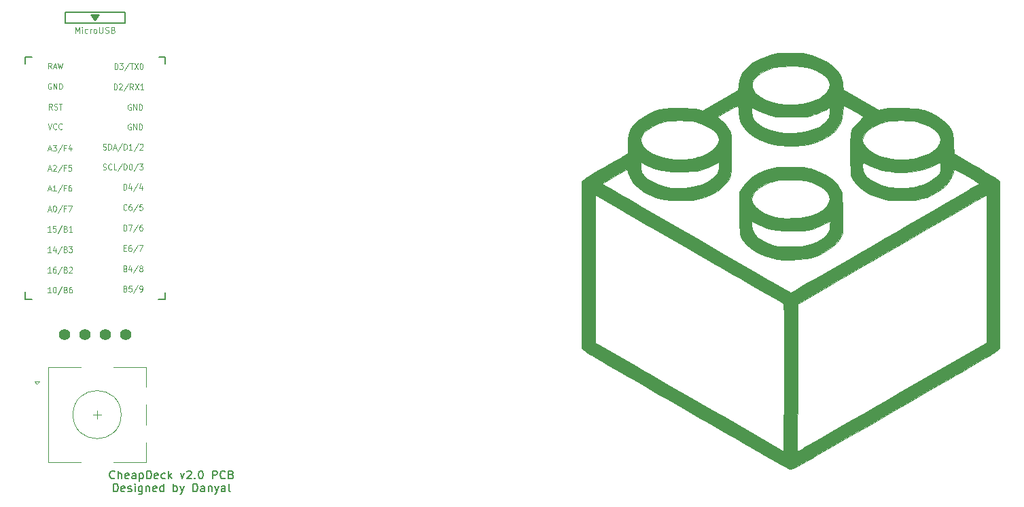
<source format=gto>
G04 #@! TF.GenerationSoftware,KiCad,Pcbnew,(6.0.5)*
G04 #@! TF.CreationDate,2022-06-04T00:44:28+02:00*
G04 #@! TF.ProjectId,cheap_deck,63686561-705f-4646-9563-6b2e6b696361,3.0.1*
G04 #@! TF.SameCoordinates,Original*
G04 #@! TF.FileFunction,Legend,Top*
G04 #@! TF.FilePolarity,Positive*
%FSLAX46Y46*%
G04 Gerber Fmt 4.6, Leading zero omitted, Abs format (unit mm)*
G04 Created by KiCad (PCBNEW (6.0.5)) date 2022-06-04 00:44:28*
%MOMM*%
%LPD*%
G01*
G04 APERTURE LIST*
%ADD10C,0.150000*%
%ADD11C,0.125000*%
%ADD12C,0.120000*%
%ADD13C,0.010000*%
%ADD14C,1.397000*%
G04 APERTURE END LIST*
D10*
X83510218Y-86583594D02*
X83462599Y-86631213D01*
X83319742Y-86678832D01*
X83224504Y-86678832D01*
X83081647Y-86631213D01*
X82986408Y-86535975D01*
X82938789Y-86440737D01*
X82891170Y-86250261D01*
X82891170Y-86107404D01*
X82938789Y-85916928D01*
X82986408Y-85821690D01*
X83081647Y-85726452D01*
X83224504Y-85678832D01*
X83319742Y-85678832D01*
X83462599Y-85726452D01*
X83510218Y-85774071D01*
X83938789Y-86678832D02*
X83938789Y-85678832D01*
X84367361Y-86678832D02*
X84367361Y-86155023D01*
X84319742Y-86059785D01*
X84224504Y-86012166D01*
X84081647Y-86012166D01*
X83986408Y-86059785D01*
X83938789Y-86107404D01*
X85224504Y-86631213D02*
X85129266Y-86678832D01*
X84938789Y-86678832D01*
X84843551Y-86631213D01*
X84795932Y-86535975D01*
X84795932Y-86155023D01*
X84843551Y-86059785D01*
X84938789Y-86012166D01*
X85129266Y-86012166D01*
X85224504Y-86059785D01*
X85272123Y-86155023D01*
X85272123Y-86250261D01*
X84795932Y-86345499D01*
X86129266Y-86678832D02*
X86129266Y-86155023D01*
X86081647Y-86059785D01*
X85986408Y-86012166D01*
X85795932Y-86012166D01*
X85700694Y-86059785D01*
X86129266Y-86631213D02*
X86034027Y-86678832D01*
X85795932Y-86678832D01*
X85700694Y-86631213D01*
X85653075Y-86535975D01*
X85653075Y-86440737D01*
X85700694Y-86345499D01*
X85795932Y-86297880D01*
X86034027Y-86297880D01*
X86129266Y-86250261D01*
X86605456Y-86012166D02*
X86605456Y-87012166D01*
X86605456Y-86059785D02*
X86700694Y-86012166D01*
X86891170Y-86012166D01*
X86986408Y-86059785D01*
X87034027Y-86107404D01*
X87081647Y-86202642D01*
X87081647Y-86488356D01*
X87034027Y-86583594D01*
X86986408Y-86631213D01*
X86891170Y-86678832D01*
X86700694Y-86678832D01*
X86605456Y-86631213D01*
X87510218Y-86678832D02*
X87510218Y-85678832D01*
X87748313Y-85678832D01*
X87891170Y-85726452D01*
X87986408Y-85821690D01*
X88034027Y-85916928D01*
X88081647Y-86107404D01*
X88081647Y-86250261D01*
X88034027Y-86440737D01*
X87986408Y-86535975D01*
X87891170Y-86631213D01*
X87748313Y-86678832D01*
X87510218Y-86678832D01*
X88891170Y-86631213D02*
X88795932Y-86678832D01*
X88605456Y-86678832D01*
X88510218Y-86631213D01*
X88462599Y-86535975D01*
X88462599Y-86155023D01*
X88510218Y-86059785D01*
X88605456Y-86012166D01*
X88795932Y-86012166D01*
X88891170Y-86059785D01*
X88938789Y-86155023D01*
X88938789Y-86250261D01*
X88462599Y-86345499D01*
X89795932Y-86631213D02*
X89700694Y-86678832D01*
X89510218Y-86678832D01*
X89414980Y-86631213D01*
X89367361Y-86583594D01*
X89319742Y-86488356D01*
X89319742Y-86202642D01*
X89367361Y-86107404D01*
X89414980Y-86059785D01*
X89510218Y-86012166D01*
X89700694Y-86012166D01*
X89795932Y-86059785D01*
X90224504Y-86678832D02*
X90224504Y-85678832D01*
X90319742Y-86297880D02*
X90605456Y-86678832D01*
X90605456Y-86012166D02*
X90224504Y-86393118D01*
X91700694Y-86012166D02*
X91938789Y-86678832D01*
X92176885Y-86012166D01*
X92510218Y-85774071D02*
X92557837Y-85726452D01*
X92653075Y-85678832D01*
X92891170Y-85678832D01*
X92986408Y-85726452D01*
X93034027Y-85774071D01*
X93081646Y-85869309D01*
X93081646Y-85964547D01*
X93034027Y-86107404D01*
X92462599Y-86678832D01*
X93081646Y-86678832D01*
X93510218Y-86583594D02*
X93557837Y-86631213D01*
X93510218Y-86678832D01*
X93462599Y-86631213D01*
X93510218Y-86583594D01*
X93510218Y-86678832D01*
X94176885Y-85678832D02*
X94272123Y-85678832D01*
X94367361Y-85726452D01*
X94414980Y-85774071D01*
X94462599Y-85869309D01*
X94510218Y-86059785D01*
X94510218Y-86297880D01*
X94462599Y-86488356D01*
X94414980Y-86583594D01*
X94367361Y-86631213D01*
X94272123Y-86678832D01*
X94176885Y-86678832D01*
X94081646Y-86631213D01*
X94034027Y-86583594D01*
X93986408Y-86488356D01*
X93938789Y-86297880D01*
X93938789Y-86059785D01*
X93986408Y-85869309D01*
X94034027Y-85774071D01*
X94081646Y-85726452D01*
X94176885Y-85678832D01*
X95700694Y-86678832D02*
X95700694Y-85678832D01*
X96081646Y-85678832D01*
X96176885Y-85726452D01*
X96224504Y-85774071D01*
X96272123Y-85869309D01*
X96272123Y-86012166D01*
X96224504Y-86107404D01*
X96176885Y-86155023D01*
X96081646Y-86202642D01*
X95700694Y-86202642D01*
X97272123Y-86583594D02*
X97224504Y-86631213D01*
X97081646Y-86678832D01*
X96986408Y-86678832D01*
X96843551Y-86631213D01*
X96748313Y-86535975D01*
X96700694Y-86440737D01*
X96653075Y-86250261D01*
X96653075Y-86107404D01*
X96700694Y-85916928D01*
X96748313Y-85821690D01*
X96843551Y-85726452D01*
X96986408Y-85678832D01*
X97081646Y-85678832D01*
X97224504Y-85726452D01*
X97272123Y-85774071D01*
X98034027Y-86155023D02*
X98176885Y-86202642D01*
X98224504Y-86250261D01*
X98272123Y-86345499D01*
X98272123Y-86488356D01*
X98224504Y-86583594D01*
X98176885Y-86631213D01*
X98081646Y-86678832D01*
X97700694Y-86678832D01*
X97700694Y-85678832D01*
X98034027Y-85678832D01*
X98129266Y-85726452D01*
X98176885Y-85774071D01*
X98224504Y-85869309D01*
X98224504Y-85964547D01*
X98176885Y-86059785D01*
X98129266Y-86107404D01*
X98034027Y-86155023D01*
X97700694Y-86155023D01*
X83367361Y-88288832D02*
X83367361Y-87288832D01*
X83605456Y-87288832D01*
X83748313Y-87336452D01*
X83843551Y-87431690D01*
X83891170Y-87526928D01*
X83938789Y-87717404D01*
X83938789Y-87860261D01*
X83891170Y-88050737D01*
X83843551Y-88145975D01*
X83748313Y-88241213D01*
X83605456Y-88288832D01*
X83367361Y-88288832D01*
X84748313Y-88241213D02*
X84653075Y-88288832D01*
X84462599Y-88288832D01*
X84367361Y-88241213D01*
X84319742Y-88145975D01*
X84319742Y-87765023D01*
X84367361Y-87669785D01*
X84462599Y-87622166D01*
X84653075Y-87622166D01*
X84748313Y-87669785D01*
X84795932Y-87765023D01*
X84795932Y-87860261D01*
X84319742Y-87955499D01*
X85176885Y-88241213D02*
X85272123Y-88288832D01*
X85462599Y-88288832D01*
X85557837Y-88241213D01*
X85605456Y-88145975D01*
X85605456Y-88098356D01*
X85557837Y-88003118D01*
X85462599Y-87955499D01*
X85319742Y-87955499D01*
X85224504Y-87907880D01*
X85176885Y-87812642D01*
X85176885Y-87765023D01*
X85224504Y-87669785D01*
X85319742Y-87622166D01*
X85462599Y-87622166D01*
X85557837Y-87669785D01*
X86034027Y-88288832D02*
X86034027Y-87622166D01*
X86034027Y-87288832D02*
X85986408Y-87336452D01*
X86034027Y-87384071D01*
X86081647Y-87336452D01*
X86034027Y-87288832D01*
X86034027Y-87384071D01*
X86938789Y-87622166D02*
X86938789Y-88431690D01*
X86891170Y-88526928D01*
X86843551Y-88574547D01*
X86748313Y-88622166D01*
X86605456Y-88622166D01*
X86510218Y-88574547D01*
X86938789Y-88241213D02*
X86843551Y-88288832D01*
X86653075Y-88288832D01*
X86557837Y-88241213D01*
X86510218Y-88193594D01*
X86462599Y-88098356D01*
X86462599Y-87812642D01*
X86510218Y-87717404D01*
X86557837Y-87669785D01*
X86653075Y-87622166D01*
X86843551Y-87622166D01*
X86938789Y-87669785D01*
X87414980Y-87622166D02*
X87414980Y-88288832D01*
X87414980Y-87717404D02*
X87462599Y-87669785D01*
X87557837Y-87622166D01*
X87700694Y-87622166D01*
X87795932Y-87669785D01*
X87843551Y-87765023D01*
X87843551Y-88288832D01*
X88700694Y-88241213D02*
X88605456Y-88288832D01*
X88414980Y-88288832D01*
X88319742Y-88241213D01*
X88272123Y-88145975D01*
X88272123Y-87765023D01*
X88319742Y-87669785D01*
X88414980Y-87622166D01*
X88605456Y-87622166D01*
X88700694Y-87669785D01*
X88748313Y-87765023D01*
X88748313Y-87860261D01*
X88272123Y-87955499D01*
X89605456Y-88288832D02*
X89605456Y-87288832D01*
X89605456Y-88241213D02*
X89510218Y-88288832D01*
X89319742Y-88288832D01*
X89224504Y-88241213D01*
X89176885Y-88193594D01*
X89129266Y-88098356D01*
X89129266Y-87812642D01*
X89176885Y-87717404D01*
X89224504Y-87669785D01*
X89319742Y-87622166D01*
X89510218Y-87622166D01*
X89605456Y-87669785D01*
X90843551Y-88288832D02*
X90843551Y-87288832D01*
X90843551Y-87669785D02*
X90938789Y-87622166D01*
X91129266Y-87622166D01*
X91224504Y-87669785D01*
X91272123Y-87717404D01*
X91319742Y-87812642D01*
X91319742Y-88098356D01*
X91272123Y-88193594D01*
X91224504Y-88241213D01*
X91129266Y-88288832D01*
X90938789Y-88288832D01*
X90843551Y-88241213D01*
X91653075Y-87622166D02*
X91891170Y-88288832D01*
X92129266Y-87622166D02*
X91891170Y-88288832D01*
X91795932Y-88526928D01*
X91748313Y-88574547D01*
X91653075Y-88622166D01*
X93272123Y-88288832D02*
X93272123Y-87288832D01*
X93510218Y-87288832D01*
X93653075Y-87336452D01*
X93748313Y-87431690D01*
X93795932Y-87526928D01*
X93843551Y-87717404D01*
X93843551Y-87860261D01*
X93795932Y-88050737D01*
X93748313Y-88145975D01*
X93653075Y-88241213D01*
X93510218Y-88288832D01*
X93272123Y-88288832D01*
X94700694Y-88288832D02*
X94700694Y-87765023D01*
X94653075Y-87669785D01*
X94557837Y-87622166D01*
X94367361Y-87622166D01*
X94272123Y-87669785D01*
X94700694Y-88241213D02*
X94605456Y-88288832D01*
X94367361Y-88288832D01*
X94272123Y-88241213D01*
X94224504Y-88145975D01*
X94224504Y-88050737D01*
X94272123Y-87955499D01*
X94367361Y-87907880D01*
X94605456Y-87907880D01*
X94700694Y-87860261D01*
X95176885Y-87622166D02*
X95176885Y-88288832D01*
X95176885Y-87717404D02*
X95224504Y-87669785D01*
X95319742Y-87622166D01*
X95462599Y-87622166D01*
X95557837Y-87669785D01*
X95605456Y-87765023D01*
X95605456Y-88288832D01*
X95986408Y-87622166D02*
X96224504Y-88288832D01*
X96462599Y-87622166D02*
X96224504Y-88288832D01*
X96129266Y-88526928D01*
X96081647Y-88574547D01*
X95986408Y-88622166D01*
X97272123Y-88288832D02*
X97272123Y-87765023D01*
X97224504Y-87669785D01*
X97129266Y-87622166D01*
X96938789Y-87622166D01*
X96843551Y-87669785D01*
X97272123Y-88241213D02*
X97176885Y-88288832D01*
X96938789Y-88288832D01*
X96843551Y-88241213D01*
X96795932Y-88145975D01*
X96795932Y-88050737D01*
X96843551Y-87955499D01*
X96938789Y-87907880D01*
X97176885Y-87907880D01*
X97272123Y-87860261D01*
X97891170Y-88288832D02*
X97795932Y-88241213D01*
X97748313Y-88145975D01*
X97748313Y-87288832D01*
D11*
X75195266Y-42341085D02*
X75418600Y-43091085D01*
X75641933Y-42341085D01*
X76248123Y-43019657D02*
X76216219Y-43055371D01*
X76120504Y-43091085D01*
X76056695Y-43091085D01*
X75960980Y-43055371D01*
X75897171Y-42983942D01*
X75865266Y-42912514D01*
X75833361Y-42769657D01*
X75833361Y-42662514D01*
X75865266Y-42519657D01*
X75897171Y-42448228D01*
X75960980Y-42376800D01*
X76056695Y-42341085D01*
X76120504Y-42341085D01*
X76216219Y-42376800D01*
X76248123Y-42412514D01*
X76918123Y-43019657D02*
X76886219Y-43055371D01*
X76790504Y-43091085D01*
X76726695Y-43091085D01*
X76630980Y-43055371D01*
X76567171Y-42983942D01*
X76535266Y-42912514D01*
X76503361Y-42769657D01*
X76503361Y-42662514D01*
X76535266Y-42519657D01*
X76567171Y-42448228D01*
X76630980Y-42376800D01*
X76726695Y-42341085D01*
X76790504Y-42341085D01*
X76886219Y-42376800D01*
X76918123Y-42412514D01*
X82065980Y-48105371D02*
X82161695Y-48141085D01*
X82321219Y-48141085D01*
X82385028Y-48105371D01*
X82416933Y-48069657D01*
X82448838Y-47998228D01*
X82448838Y-47926800D01*
X82416933Y-47855371D01*
X82385028Y-47819657D01*
X82321219Y-47783942D01*
X82193600Y-47748228D01*
X82129790Y-47712514D01*
X82097885Y-47676800D01*
X82065980Y-47605371D01*
X82065980Y-47533942D01*
X82097885Y-47462514D01*
X82129790Y-47426800D01*
X82193600Y-47391085D01*
X82353123Y-47391085D01*
X82448838Y-47426800D01*
X83118838Y-48069657D02*
X83086933Y-48105371D01*
X82991219Y-48141085D01*
X82927409Y-48141085D01*
X82831695Y-48105371D01*
X82767885Y-48033942D01*
X82735980Y-47962514D01*
X82704076Y-47819657D01*
X82704076Y-47712514D01*
X82735980Y-47569657D01*
X82767885Y-47498228D01*
X82831695Y-47426800D01*
X82927409Y-47391085D01*
X82991219Y-47391085D01*
X83086933Y-47426800D01*
X83118838Y-47462514D01*
X83725028Y-48141085D02*
X83405980Y-48141085D01*
X83405980Y-47391085D01*
X84426933Y-47355371D02*
X83852647Y-48319657D01*
X84650266Y-48141085D02*
X84650266Y-47391085D01*
X84809790Y-47391085D01*
X84905504Y-47426800D01*
X84969314Y-47498228D01*
X85001219Y-47569657D01*
X85033123Y-47712514D01*
X85033123Y-47819657D01*
X85001219Y-47962514D01*
X84969314Y-48033942D01*
X84905504Y-48105371D01*
X84809790Y-48141085D01*
X84650266Y-48141085D01*
X85447885Y-47391085D02*
X85511695Y-47391085D01*
X85575504Y-47426800D01*
X85607409Y-47462514D01*
X85639314Y-47533942D01*
X85671219Y-47676800D01*
X85671219Y-47855371D01*
X85639314Y-47998228D01*
X85607409Y-48069657D01*
X85575504Y-48105371D01*
X85511695Y-48141085D01*
X85447885Y-48141085D01*
X85384076Y-48105371D01*
X85352171Y-48069657D01*
X85320266Y-47998228D01*
X85288361Y-47855371D01*
X85288361Y-47676800D01*
X85320266Y-47533942D01*
X85352171Y-47462514D01*
X85384076Y-47426800D01*
X85447885Y-47391085D01*
X86436933Y-47355371D02*
X85862647Y-48319657D01*
X86596457Y-47391085D02*
X87011219Y-47391085D01*
X86787885Y-47676800D01*
X86883600Y-47676800D01*
X86947409Y-47712514D01*
X86979314Y-47748228D01*
X87011219Y-47819657D01*
X87011219Y-47998228D01*
X86979314Y-48069657D01*
X86947409Y-48105371D01*
X86883600Y-48141085D01*
X86692171Y-48141085D01*
X86628361Y-48105371D01*
X86596457Y-48069657D01*
X75252885Y-48076800D02*
X75571933Y-48076800D01*
X75189076Y-48291085D02*
X75412409Y-47541085D01*
X75635742Y-48291085D01*
X75827171Y-47612514D02*
X75859076Y-47576800D01*
X75922885Y-47541085D01*
X76082409Y-47541085D01*
X76146219Y-47576800D01*
X76178123Y-47612514D01*
X76210028Y-47683942D01*
X76210028Y-47755371D01*
X76178123Y-47862514D01*
X75795266Y-48291085D01*
X76210028Y-48291085D01*
X76975742Y-47505371D02*
X76401457Y-48469657D01*
X77422409Y-47898228D02*
X77199076Y-47898228D01*
X77199076Y-48291085D02*
X77199076Y-47541085D01*
X77518123Y-47541085D01*
X78092409Y-47541085D02*
X77773361Y-47541085D01*
X77741457Y-47898228D01*
X77773361Y-47862514D01*
X77837171Y-47826800D01*
X77996695Y-47826800D01*
X78060504Y-47862514D01*
X78092409Y-47898228D01*
X78124314Y-47969657D01*
X78124314Y-48148228D01*
X78092409Y-48219657D01*
X78060504Y-48255371D01*
X77996695Y-48291085D01*
X77837171Y-48291085D01*
X77773361Y-48255371D01*
X77741457Y-48219657D01*
D12*
X78587171Y-31091085D02*
X78587171Y-30341085D01*
X78837171Y-30876800D01*
X79087171Y-30341085D01*
X79087171Y-31091085D01*
X79444314Y-31091085D02*
X79444314Y-30591085D01*
X79444314Y-30341085D02*
X79408600Y-30376800D01*
X79444314Y-30412514D01*
X79480028Y-30376800D01*
X79444314Y-30341085D01*
X79444314Y-30412514D01*
X80122885Y-31055371D02*
X80051457Y-31091085D01*
X79908600Y-31091085D01*
X79837171Y-31055371D01*
X79801457Y-31019657D01*
X79765742Y-30948228D01*
X79765742Y-30733942D01*
X79801457Y-30662514D01*
X79837171Y-30626800D01*
X79908600Y-30591085D01*
X80051457Y-30591085D01*
X80122885Y-30626800D01*
X80444314Y-31091085D02*
X80444314Y-30591085D01*
X80444314Y-30733942D02*
X80480028Y-30662514D01*
X80515742Y-30626800D01*
X80587171Y-30591085D01*
X80658600Y-30591085D01*
X81015742Y-31091085D02*
X80944314Y-31055371D01*
X80908600Y-31019657D01*
X80872885Y-30948228D01*
X80872885Y-30733942D01*
X80908600Y-30662514D01*
X80944314Y-30626800D01*
X81015742Y-30591085D01*
X81122885Y-30591085D01*
X81194314Y-30626800D01*
X81230028Y-30662514D01*
X81265742Y-30733942D01*
X81265742Y-30948228D01*
X81230028Y-31019657D01*
X81194314Y-31055371D01*
X81122885Y-31091085D01*
X81015742Y-31091085D01*
X81587171Y-30341085D02*
X81587171Y-30948228D01*
X81622885Y-31019657D01*
X81658600Y-31055371D01*
X81730028Y-31091085D01*
X81872885Y-31091085D01*
X81944314Y-31055371D01*
X81980028Y-31019657D01*
X82015742Y-30948228D01*
X82015742Y-30341085D01*
X82337171Y-31055371D02*
X82444314Y-31091085D01*
X82622885Y-31091085D01*
X82694314Y-31055371D01*
X82730028Y-31019657D01*
X82765742Y-30948228D01*
X82765742Y-30876800D01*
X82730028Y-30805371D01*
X82694314Y-30769657D01*
X82622885Y-30733942D01*
X82480028Y-30698228D01*
X82408600Y-30662514D01*
X82372885Y-30626800D01*
X82337171Y-30555371D01*
X82337171Y-30483942D01*
X82372885Y-30412514D01*
X82408600Y-30376800D01*
X82480028Y-30341085D01*
X82658600Y-30341085D01*
X82765742Y-30376800D01*
X83337171Y-30698228D02*
X83444314Y-30733942D01*
X83480028Y-30769657D01*
X83515742Y-30841085D01*
X83515742Y-30948228D01*
X83480028Y-31019657D01*
X83444314Y-31055371D01*
X83372885Y-31091085D01*
X83087171Y-31091085D01*
X83087171Y-30341085D01*
X83337171Y-30341085D01*
X83408600Y-30376800D01*
X83444314Y-30412514D01*
X83480028Y-30483942D01*
X83480028Y-30555371D01*
X83444314Y-30626800D01*
X83408600Y-30662514D01*
X83337171Y-30698228D01*
X83087171Y-30698228D01*
D11*
X75555980Y-63491085D02*
X75173123Y-63491085D01*
X75364552Y-63491085D02*
X75364552Y-62741085D01*
X75300742Y-62848228D01*
X75236933Y-62919657D01*
X75173123Y-62955371D01*
X75970742Y-62741085D02*
X76034552Y-62741085D01*
X76098361Y-62776800D01*
X76130266Y-62812514D01*
X76162171Y-62883942D01*
X76194076Y-63026800D01*
X76194076Y-63205371D01*
X76162171Y-63348228D01*
X76130266Y-63419657D01*
X76098361Y-63455371D01*
X76034552Y-63491085D01*
X75970742Y-63491085D01*
X75906933Y-63455371D01*
X75875028Y-63419657D01*
X75843123Y-63348228D01*
X75811219Y-63205371D01*
X75811219Y-63026800D01*
X75843123Y-62883942D01*
X75875028Y-62812514D01*
X75906933Y-62776800D01*
X75970742Y-62741085D01*
X76959790Y-62705371D02*
X76385504Y-63669657D01*
X77406457Y-63098228D02*
X77502171Y-63133942D01*
X77534076Y-63169657D01*
X77565980Y-63241085D01*
X77565980Y-63348228D01*
X77534076Y-63419657D01*
X77502171Y-63455371D01*
X77438361Y-63491085D01*
X77183123Y-63491085D01*
X77183123Y-62741085D01*
X77406457Y-62741085D01*
X77470266Y-62776800D01*
X77502171Y-62812514D01*
X77534076Y-62883942D01*
X77534076Y-62955371D01*
X77502171Y-63026800D01*
X77470266Y-63062514D01*
X77406457Y-63098228D01*
X77183123Y-63098228D01*
X78140266Y-62741085D02*
X78012647Y-62741085D01*
X77948838Y-62776800D01*
X77916933Y-62812514D01*
X77853123Y-62919657D01*
X77821219Y-63062514D01*
X77821219Y-63348228D01*
X77853123Y-63419657D01*
X77885028Y-63455371D01*
X77948838Y-63491085D01*
X78076457Y-63491085D01*
X78140266Y-63455371D01*
X78172171Y-63419657D01*
X78204076Y-63348228D01*
X78204076Y-63169657D01*
X78172171Y-63098228D01*
X78140266Y-63062514D01*
X78076457Y-63026800D01*
X77948838Y-63026800D01*
X77885028Y-63062514D01*
X77853123Y-63098228D01*
X77821219Y-63169657D01*
X83499790Y-35591085D02*
X83499790Y-34841085D01*
X83659314Y-34841085D01*
X83755028Y-34876800D01*
X83818838Y-34948228D01*
X83850742Y-35019657D01*
X83882647Y-35162514D01*
X83882647Y-35269657D01*
X83850742Y-35412514D01*
X83818838Y-35483942D01*
X83755028Y-35555371D01*
X83659314Y-35591085D01*
X83499790Y-35591085D01*
X84105980Y-34841085D02*
X84520742Y-34841085D01*
X84297409Y-35126800D01*
X84393123Y-35126800D01*
X84456933Y-35162514D01*
X84488838Y-35198228D01*
X84520742Y-35269657D01*
X84520742Y-35448228D01*
X84488838Y-35519657D01*
X84456933Y-35555371D01*
X84393123Y-35591085D01*
X84201695Y-35591085D01*
X84137885Y-35555371D01*
X84105980Y-35519657D01*
X85286457Y-34805371D02*
X84712171Y-35769657D01*
X85414076Y-34841085D02*
X85796933Y-34841085D01*
X85605504Y-35591085D02*
X85605504Y-34841085D01*
X85956457Y-34841085D02*
X86403123Y-35591085D01*
X86403123Y-34841085D02*
X85956457Y-35591085D01*
X86785980Y-34841085D02*
X86849790Y-34841085D01*
X86913600Y-34876800D01*
X86945504Y-34912514D01*
X86977409Y-34983942D01*
X87009314Y-35126800D01*
X87009314Y-35305371D01*
X86977409Y-35448228D01*
X86945504Y-35519657D01*
X86913600Y-35555371D01*
X86849790Y-35591085D01*
X86785980Y-35591085D01*
X86722171Y-35555371D01*
X86690266Y-35519657D01*
X86658361Y-35448228D01*
X86626457Y-35305371D01*
X86626457Y-35126800D01*
X86658361Y-34983942D01*
X86690266Y-34912514D01*
X86722171Y-34876800D01*
X86785980Y-34841085D01*
X75252885Y-50576800D02*
X75571933Y-50576800D01*
X75189076Y-50791085D02*
X75412409Y-50041085D01*
X75635742Y-50791085D01*
X76210028Y-50791085D02*
X75827171Y-50791085D01*
X76018600Y-50791085D02*
X76018600Y-50041085D01*
X75954790Y-50148228D01*
X75890980Y-50219657D01*
X75827171Y-50255371D01*
X76975742Y-50005371D02*
X76401457Y-50969657D01*
X77422409Y-50398228D02*
X77199076Y-50398228D01*
X77199076Y-50791085D02*
X77199076Y-50041085D01*
X77518123Y-50041085D01*
X78060504Y-50041085D02*
X77932885Y-50041085D01*
X77869076Y-50076800D01*
X77837171Y-50112514D01*
X77773361Y-50219657D01*
X77741457Y-50362514D01*
X77741457Y-50648228D01*
X77773361Y-50719657D01*
X77805266Y-50755371D01*
X77869076Y-50791085D01*
X77996695Y-50791085D01*
X78060504Y-50755371D01*
X78092409Y-50719657D01*
X78124314Y-50648228D01*
X78124314Y-50469657D01*
X78092409Y-50398228D01*
X78060504Y-50362514D01*
X77996695Y-50326800D01*
X77869076Y-50326800D01*
X77805266Y-50362514D01*
X77773361Y-50398228D01*
X77741457Y-50469657D01*
X75555980Y-58441085D02*
X75173123Y-58441085D01*
X75364552Y-58441085D02*
X75364552Y-57691085D01*
X75300742Y-57798228D01*
X75236933Y-57869657D01*
X75173123Y-57905371D01*
X76130266Y-57941085D02*
X76130266Y-58441085D01*
X75970742Y-57655371D02*
X75811219Y-58191085D01*
X76225980Y-58191085D01*
X76959790Y-57655371D02*
X76385504Y-58619657D01*
X77406457Y-58048228D02*
X77502171Y-58083942D01*
X77534076Y-58119657D01*
X77565980Y-58191085D01*
X77565980Y-58298228D01*
X77534076Y-58369657D01*
X77502171Y-58405371D01*
X77438361Y-58441085D01*
X77183123Y-58441085D01*
X77183123Y-57691085D01*
X77406457Y-57691085D01*
X77470266Y-57726800D01*
X77502171Y-57762514D01*
X77534076Y-57833942D01*
X77534076Y-57905371D01*
X77502171Y-57976800D01*
X77470266Y-58012514D01*
X77406457Y-58048228D01*
X77183123Y-58048228D01*
X77789314Y-57691085D02*
X78204076Y-57691085D01*
X77980742Y-57976800D01*
X78076457Y-57976800D01*
X78140266Y-58012514D01*
X78172171Y-58048228D01*
X78204076Y-58119657D01*
X78204076Y-58298228D01*
X78172171Y-58369657D01*
X78140266Y-58405371D01*
X78076457Y-58441085D01*
X77885028Y-58441085D01*
X77821219Y-58405371D01*
X77789314Y-58369657D01*
X84624076Y-55741085D02*
X84624076Y-54991085D01*
X84783600Y-54991085D01*
X84879314Y-55026800D01*
X84943123Y-55098228D01*
X84975028Y-55169657D01*
X85006933Y-55312514D01*
X85006933Y-55419657D01*
X84975028Y-55562514D01*
X84943123Y-55633942D01*
X84879314Y-55705371D01*
X84783600Y-55741085D01*
X84624076Y-55741085D01*
X85230266Y-54991085D02*
X85676933Y-54991085D01*
X85389790Y-55741085D01*
X86410742Y-54955371D02*
X85836457Y-55919657D01*
X86921219Y-54991085D02*
X86793600Y-54991085D01*
X86729790Y-55026800D01*
X86697885Y-55062514D01*
X86634076Y-55169657D01*
X86602171Y-55312514D01*
X86602171Y-55598228D01*
X86634076Y-55669657D01*
X86665980Y-55705371D01*
X86729790Y-55741085D01*
X86857409Y-55741085D01*
X86921219Y-55705371D01*
X86953123Y-55669657D01*
X86985028Y-55598228D01*
X86985028Y-55419657D01*
X86953123Y-55348228D01*
X86921219Y-55312514D01*
X86857409Y-55276800D01*
X86729790Y-55276800D01*
X86665980Y-55312514D01*
X86634076Y-55348228D01*
X86602171Y-55419657D01*
X75252885Y-45576800D02*
X75571933Y-45576800D01*
X75189076Y-45791085D02*
X75412409Y-45041085D01*
X75635742Y-45791085D01*
X75795266Y-45041085D02*
X76210028Y-45041085D01*
X75986695Y-45326800D01*
X76082409Y-45326800D01*
X76146219Y-45362514D01*
X76178123Y-45398228D01*
X76210028Y-45469657D01*
X76210028Y-45648228D01*
X76178123Y-45719657D01*
X76146219Y-45755371D01*
X76082409Y-45791085D01*
X75890980Y-45791085D01*
X75827171Y-45755371D01*
X75795266Y-45719657D01*
X76975742Y-45005371D02*
X76401457Y-45969657D01*
X77422409Y-45398228D02*
X77199076Y-45398228D01*
X77199076Y-45791085D02*
X77199076Y-45041085D01*
X77518123Y-45041085D01*
X78060504Y-45291085D02*
X78060504Y-45791085D01*
X77900980Y-45005371D02*
X77741457Y-45541085D01*
X78156219Y-45541085D01*
D12*
X78587171Y-31091085D02*
X78587171Y-30341085D01*
X78837171Y-30876800D01*
X79087171Y-30341085D01*
X79087171Y-31091085D01*
X79444314Y-31091085D02*
X79444314Y-30591085D01*
X79444314Y-30341085D02*
X79408600Y-30376800D01*
X79444314Y-30412514D01*
X79480028Y-30376800D01*
X79444314Y-30341085D01*
X79444314Y-30412514D01*
X80122885Y-31055371D02*
X80051457Y-31091085D01*
X79908600Y-31091085D01*
X79837171Y-31055371D01*
X79801457Y-31019657D01*
X79765742Y-30948228D01*
X79765742Y-30733942D01*
X79801457Y-30662514D01*
X79837171Y-30626800D01*
X79908600Y-30591085D01*
X80051457Y-30591085D01*
X80122885Y-30626800D01*
X80444314Y-31091085D02*
X80444314Y-30591085D01*
X80444314Y-30733942D02*
X80480028Y-30662514D01*
X80515742Y-30626800D01*
X80587171Y-30591085D01*
X80658600Y-30591085D01*
X81015742Y-31091085D02*
X80944314Y-31055371D01*
X80908600Y-31019657D01*
X80872885Y-30948228D01*
X80872885Y-30733942D01*
X80908600Y-30662514D01*
X80944314Y-30626800D01*
X81015742Y-30591085D01*
X81122885Y-30591085D01*
X81194314Y-30626800D01*
X81230028Y-30662514D01*
X81265742Y-30733942D01*
X81265742Y-30948228D01*
X81230028Y-31019657D01*
X81194314Y-31055371D01*
X81122885Y-31091085D01*
X81015742Y-31091085D01*
X81587171Y-30341085D02*
X81587171Y-30948228D01*
X81622885Y-31019657D01*
X81658600Y-31055371D01*
X81730028Y-31091085D01*
X81872885Y-31091085D01*
X81944314Y-31055371D01*
X81980028Y-31019657D01*
X82015742Y-30948228D01*
X82015742Y-30341085D01*
X82337171Y-31055371D02*
X82444314Y-31091085D01*
X82622885Y-31091085D01*
X82694314Y-31055371D01*
X82730028Y-31019657D01*
X82765742Y-30948228D01*
X82765742Y-30876800D01*
X82730028Y-30805371D01*
X82694314Y-30769657D01*
X82622885Y-30733942D01*
X82480028Y-30698228D01*
X82408600Y-30662514D01*
X82372885Y-30626800D01*
X82337171Y-30555371D01*
X82337171Y-30483942D01*
X82372885Y-30412514D01*
X82408600Y-30376800D01*
X82480028Y-30341085D01*
X82658600Y-30341085D01*
X82765742Y-30376800D01*
X83337171Y-30698228D02*
X83444314Y-30733942D01*
X83480028Y-30769657D01*
X83515742Y-30841085D01*
X83515742Y-30948228D01*
X83480028Y-31019657D01*
X83444314Y-31055371D01*
X83372885Y-31091085D01*
X83087171Y-31091085D01*
X83087171Y-30341085D01*
X83337171Y-30341085D01*
X83408600Y-30376800D01*
X83444314Y-30412514D01*
X83480028Y-30483942D01*
X83480028Y-30555371D01*
X83444314Y-30626800D01*
X83408600Y-30662514D01*
X83337171Y-30698228D01*
X83087171Y-30698228D01*
D11*
X75721695Y-40641085D02*
X75498361Y-40283942D01*
X75338838Y-40641085D02*
X75338838Y-39891085D01*
X75594076Y-39891085D01*
X75657885Y-39926800D01*
X75689790Y-39962514D01*
X75721695Y-40033942D01*
X75721695Y-40141085D01*
X75689790Y-40212514D01*
X75657885Y-40248228D01*
X75594076Y-40283942D01*
X75338838Y-40283942D01*
X75976933Y-40605371D02*
X76072647Y-40641085D01*
X76232171Y-40641085D01*
X76295980Y-40605371D01*
X76327885Y-40569657D01*
X76359790Y-40498228D01*
X76359790Y-40426800D01*
X76327885Y-40355371D01*
X76295980Y-40319657D01*
X76232171Y-40283942D01*
X76104552Y-40248228D01*
X76040742Y-40212514D01*
X76008838Y-40176800D01*
X75976933Y-40105371D01*
X75976933Y-40033942D01*
X76008838Y-39962514D01*
X76040742Y-39926800D01*
X76104552Y-39891085D01*
X76264076Y-39891085D01*
X76359790Y-39926800D01*
X76551219Y-39891085D02*
X76934076Y-39891085D01*
X76742647Y-40641085D02*
X76742647Y-39891085D01*
X84655980Y-57898228D02*
X84879314Y-57898228D01*
X84975028Y-58291085D02*
X84655980Y-58291085D01*
X84655980Y-57541085D01*
X84975028Y-57541085D01*
X85549314Y-57541085D02*
X85421695Y-57541085D01*
X85357885Y-57576800D01*
X85325980Y-57612514D01*
X85262171Y-57719657D01*
X85230266Y-57862514D01*
X85230266Y-58148228D01*
X85262171Y-58219657D01*
X85294076Y-58255371D01*
X85357885Y-58291085D01*
X85485504Y-58291085D01*
X85549314Y-58255371D01*
X85581219Y-58219657D01*
X85613123Y-58148228D01*
X85613123Y-57969657D01*
X85581219Y-57898228D01*
X85549314Y-57862514D01*
X85485504Y-57826800D01*
X85357885Y-57826800D01*
X85294076Y-57862514D01*
X85262171Y-57898228D01*
X85230266Y-57969657D01*
X86378838Y-57505371D02*
X85804552Y-58469657D01*
X86538361Y-57541085D02*
X86985028Y-57541085D01*
X86697885Y-58291085D01*
X85006933Y-53119657D02*
X84975028Y-53155371D01*
X84879314Y-53191085D01*
X84815504Y-53191085D01*
X84719790Y-53155371D01*
X84655980Y-53083942D01*
X84624076Y-53012514D01*
X84592171Y-52869657D01*
X84592171Y-52762514D01*
X84624076Y-52619657D01*
X84655980Y-52548228D01*
X84719790Y-52476800D01*
X84815504Y-52441085D01*
X84879314Y-52441085D01*
X84975028Y-52476800D01*
X85006933Y-52512514D01*
X85581219Y-52441085D02*
X85453600Y-52441085D01*
X85389790Y-52476800D01*
X85357885Y-52512514D01*
X85294076Y-52619657D01*
X85262171Y-52762514D01*
X85262171Y-53048228D01*
X85294076Y-53119657D01*
X85325980Y-53155371D01*
X85389790Y-53191085D01*
X85517409Y-53191085D01*
X85581219Y-53155371D01*
X85613123Y-53119657D01*
X85645028Y-53048228D01*
X85645028Y-52869657D01*
X85613123Y-52798228D01*
X85581219Y-52762514D01*
X85517409Y-52726800D01*
X85389790Y-52726800D01*
X85325980Y-52762514D01*
X85294076Y-52798228D01*
X85262171Y-52869657D01*
X86410742Y-52405371D02*
X85836457Y-53369657D01*
X86953123Y-52441085D02*
X86634076Y-52441085D01*
X86602171Y-52798228D01*
X86634076Y-52762514D01*
X86697885Y-52726800D01*
X86857409Y-52726800D01*
X86921219Y-52762514D01*
X86953123Y-52798228D01*
X86985028Y-52869657D01*
X86985028Y-53048228D01*
X86953123Y-53119657D01*
X86921219Y-53155371D01*
X86857409Y-53191085D01*
X86697885Y-53191085D01*
X86634076Y-53155371D01*
X86602171Y-53119657D01*
X75555980Y-55891085D02*
X75173123Y-55891085D01*
X75364552Y-55891085D02*
X75364552Y-55141085D01*
X75300742Y-55248228D01*
X75236933Y-55319657D01*
X75173123Y-55355371D01*
X76162171Y-55141085D02*
X75843123Y-55141085D01*
X75811219Y-55498228D01*
X75843123Y-55462514D01*
X75906933Y-55426800D01*
X76066457Y-55426800D01*
X76130266Y-55462514D01*
X76162171Y-55498228D01*
X76194076Y-55569657D01*
X76194076Y-55748228D01*
X76162171Y-55819657D01*
X76130266Y-55855371D01*
X76066457Y-55891085D01*
X75906933Y-55891085D01*
X75843123Y-55855371D01*
X75811219Y-55819657D01*
X76959790Y-55105371D02*
X76385504Y-56069657D01*
X77406457Y-55498228D02*
X77502171Y-55533942D01*
X77534076Y-55569657D01*
X77565980Y-55641085D01*
X77565980Y-55748228D01*
X77534076Y-55819657D01*
X77502171Y-55855371D01*
X77438361Y-55891085D01*
X77183123Y-55891085D01*
X77183123Y-55141085D01*
X77406457Y-55141085D01*
X77470266Y-55176800D01*
X77502171Y-55212514D01*
X77534076Y-55283942D01*
X77534076Y-55355371D01*
X77502171Y-55426800D01*
X77470266Y-55462514D01*
X77406457Y-55498228D01*
X77183123Y-55498228D01*
X78204076Y-55891085D02*
X77821219Y-55891085D01*
X78012647Y-55891085D02*
X78012647Y-55141085D01*
X77948838Y-55248228D01*
X77885028Y-55319657D01*
X77821219Y-55355371D01*
X75555980Y-60991085D02*
X75173123Y-60991085D01*
X75364552Y-60991085D02*
X75364552Y-60241085D01*
X75300742Y-60348228D01*
X75236933Y-60419657D01*
X75173123Y-60455371D01*
X76130266Y-60241085D02*
X76002647Y-60241085D01*
X75938838Y-60276800D01*
X75906933Y-60312514D01*
X75843123Y-60419657D01*
X75811219Y-60562514D01*
X75811219Y-60848228D01*
X75843123Y-60919657D01*
X75875028Y-60955371D01*
X75938838Y-60991085D01*
X76066457Y-60991085D01*
X76130266Y-60955371D01*
X76162171Y-60919657D01*
X76194076Y-60848228D01*
X76194076Y-60669657D01*
X76162171Y-60598228D01*
X76130266Y-60562514D01*
X76066457Y-60526800D01*
X75938838Y-60526800D01*
X75875028Y-60562514D01*
X75843123Y-60598228D01*
X75811219Y-60669657D01*
X76959790Y-60205371D02*
X76385504Y-61169657D01*
X77406457Y-60598228D02*
X77502171Y-60633942D01*
X77534076Y-60669657D01*
X77565980Y-60741085D01*
X77565980Y-60848228D01*
X77534076Y-60919657D01*
X77502171Y-60955371D01*
X77438361Y-60991085D01*
X77183123Y-60991085D01*
X77183123Y-60241085D01*
X77406457Y-60241085D01*
X77470266Y-60276800D01*
X77502171Y-60312514D01*
X77534076Y-60383942D01*
X77534076Y-60455371D01*
X77502171Y-60526800D01*
X77470266Y-60562514D01*
X77406457Y-60598228D01*
X77183123Y-60598228D01*
X77821219Y-60312514D02*
X77853123Y-60276800D01*
X77916933Y-60241085D01*
X78076457Y-60241085D01*
X78140266Y-60276800D01*
X78172171Y-60312514D01*
X78204076Y-60383942D01*
X78204076Y-60455371D01*
X78172171Y-60562514D01*
X77789314Y-60991085D01*
X78204076Y-60991085D01*
X84847409Y-60448228D02*
X84943123Y-60483942D01*
X84975028Y-60519657D01*
X85006933Y-60591085D01*
X85006933Y-60698228D01*
X84975028Y-60769657D01*
X84943123Y-60805371D01*
X84879314Y-60841085D01*
X84624076Y-60841085D01*
X84624076Y-60091085D01*
X84847409Y-60091085D01*
X84911219Y-60126800D01*
X84943123Y-60162514D01*
X84975028Y-60233942D01*
X84975028Y-60305371D01*
X84943123Y-60376800D01*
X84911219Y-60412514D01*
X84847409Y-60448228D01*
X84624076Y-60448228D01*
X85581219Y-60341085D02*
X85581219Y-60841085D01*
X85421695Y-60055371D02*
X85262171Y-60591085D01*
X85676933Y-60591085D01*
X86410742Y-60055371D02*
X85836457Y-61019657D01*
X86729790Y-60412514D02*
X86665980Y-60376800D01*
X86634076Y-60341085D01*
X86602171Y-60269657D01*
X86602171Y-60233942D01*
X86634076Y-60162514D01*
X86665980Y-60126800D01*
X86729790Y-60091085D01*
X86857409Y-60091085D01*
X86921219Y-60126800D01*
X86953123Y-60162514D01*
X86985028Y-60233942D01*
X86985028Y-60269657D01*
X86953123Y-60341085D01*
X86921219Y-60376800D01*
X86857409Y-60412514D01*
X86729790Y-60412514D01*
X86665980Y-60448228D01*
X86634076Y-60483942D01*
X86602171Y-60555371D01*
X86602171Y-60698228D01*
X86634076Y-60769657D01*
X86665980Y-60805371D01*
X86729790Y-60841085D01*
X86857409Y-60841085D01*
X86921219Y-60805371D01*
X86953123Y-60769657D01*
X86985028Y-60698228D01*
X86985028Y-60555371D01*
X86953123Y-60483942D01*
X86921219Y-60448228D01*
X86857409Y-60412514D01*
X82050028Y-45605371D02*
X82145742Y-45641085D01*
X82305266Y-45641085D01*
X82369076Y-45605371D01*
X82400980Y-45569657D01*
X82432885Y-45498228D01*
X82432885Y-45426800D01*
X82400980Y-45355371D01*
X82369076Y-45319657D01*
X82305266Y-45283942D01*
X82177647Y-45248228D01*
X82113838Y-45212514D01*
X82081933Y-45176800D01*
X82050028Y-45105371D01*
X82050028Y-45033942D01*
X82081933Y-44962514D01*
X82113838Y-44926800D01*
X82177647Y-44891085D01*
X82337171Y-44891085D01*
X82432885Y-44926800D01*
X82720028Y-45641085D02*
X82720028Y-44891085D01*
X82879552Y-44891085D01*
X82975266Y-44926800D01*
X83039076Y-44998228D01*
X83070980Y-45069657D01*
X83102885Y-45212514D01*
X83102885Y-45319657D01*
X83070980Y-45462514D01*
X83039076Y-45533942D01*
X82975266Y-45605371D01*
X82879552Y-45641085D01*
X82720028Y-45641085D01*
X83358123Y-45426800D02*
X83677171Y-45426800D01*
X83294314Y-45641085D02*
X83517647Y-44891085D01*
X83740980Y-45641085D01*
X84442885Y-44855371D02*
X83868600Y-45819657D01*
X84666219Y-45641085D02*
X84666219Y-44891085D01*
X84825742Y-44891085D01*
X84921457Y-44926800D01*
X84985266Y-44998228D01*
X85017171Y-45069657D01*
X85049076Y-45212514D01*
X85049076Y-45319657D01*
X85017171Y-45462514D01*
X84985266Y-45533942D01*
X84921457Y-45605371D01*
X84825742Y-45641085D01*
X84666219Y-45641085D01*
X85687171Y-45641085D02*
X85304314Y-45641085D01*
X85495742Y-45641085D02*
X85495742Y-44891085D01*
X85431933Y-44998228D01*
X85368123Y-45069657D01*
X85304314Y-45105371D01*
X86452885Y-44855371D02*
X85878600Y-45819657D01*
X86644314Y-44962514D02*
X86676219Y-44926800D01*
X86740028Y-44891085D01*
X86899552Y-44891085D01*
X86963361Y-44926800D01*
X86995266Y-44962514D01*
X87027171Y-45033942D01*
X87027171Y-45105371D01*
X86995266Y-45212514D01*
X86612409Y-45641085D01*
X87027171Y-45641085D01*
X75252885Y-53126800D02*
X75571933Y-53126800D01*
X75189076Y-53341085D02*
X75412409Y-52591085D01*
X75635742Y-53341085D01*
X75986695Y-52591085D02*
X76050504Y-52591085D01*
X76114314Y-52626800D01*
X76146219Y-52662514D01*
X76178123Y-52733942D01*
X76210028Y-52876800D01*
X76210028Y-53055371D01*
X76178123Y-53198228D01*
X76146219Y-53269657D01*
X76114314Y-53305371D01*
X76050504Y-53341085D01*
X75986695Y-53341085D01*
X75922885Y-53305371D01*
X75890980Y-53269657D01*
X75859076Y-53198228D01*
X75827171Y-53055371D01*
X75827171Y-52876800D01*
X75859076Y-52733942D01*
X75890980Y-52662514D01*
X75922885Y-52626800D01*
X75986695Y-52591085D01*
X76975742Y-52555371D02*
X76401457Y-53519657D01*
X77422409Y-52948228D02*
X77199076Y-52948228D01*
X77199076Y-53341085D02*
X77199076Y-52591085D01*
X77518123Y-52591085D01*
X77709552Y-52591085D02*
X78156219Y-52591085D01*
X77869076Y-53341085D01*
X85528123Y-39976800D02*
X85464314Y-39941085D01*
X85368600Y-39941085D01*
X85272885Y-39976800D01*
X85209076Y-40048228D01*
X85177171Y-40119657D01*
X85145266Y-40262514D01*
X85145266Y-40369657D01*
X85177171Y-40512514D01*
X85209076Y-40583942D01*
X85272885Y-40655371D01*
X85368600Y-40691085D01*
X85432409Y-40691085D01*
X85528123Y-40655371D01*
X85560028Y-40619657D01*
X85560028Y-40369657D01*
X85432409Y-40369657D01*
X85847171Y-40691085D02*
X85847171Y-39941085D01*
X86230028Y-40691085D01*
X86230028Y-39941085D01*
X86549076Y-40691085D02*
X86549076Y-39941085D01*
X86708600Y-39941085D01*
X86804314Y-39976800D01*
X86868123Y-40048228D01*
X86900028Y-40119657D01*
X86931933Y-40262514D01*
X86931933Y-40369657D01*
X86900028Y-40512514D01*
X86868123Y-40583942D01*
X86804314Y-40655371D01*
X86708600Y-40691085D01*
X86549076Y-40691085D01*
X84847409Y-62948228D02*
X84943123Y-62983942D01*
X84975028Y-63019657D01*
X85006933Y-63091085D01*
X85006933Y-63198228D01*
X84975028Y-63269657D01*
X84943123Y-63305371D01*
X84879314Y-63341085D01*
X84624076Y-63341085D01*
X84624076Y-62591085D01*
X84847409Y-62591085D01*
X84911219Y-62626800D01*
X84943123Y-62662514D01*
X84975028Y-62733942D01*
X84975028Y-62805371D01*
X84943123Y-62876800D01*
X84911219Y-62912514D01*
X84847409Y-62948228D01*
X84624076Y-62948228D01*
X85613123Y-62591085D02*
X85294076Y-62591085D01*
X85262171Y-62948228D01*
X85294076Y-62912514D01*
X85357885Y-62876800D01*
X85517409Y-62876800D01*
X85581219Y-62912514D01*
X85613123Y-62948228D01*
X85645028Y-63019657D01*
X85645028Y-63198228D01*
X85613123Y-63269657D01*
X85581219Y-63305371D01*
X85517409Y-63341085D01*
X85357885Y-63341085D01*
X85294076Y-63305371D01*
X85262171Y-63269657D01*
X86410742Y-62555371D02*
X85836457Y-63519657D01*
X86665980Y-63341085D02*
X86793600Y-63341085D01*
X86857409Y-63305371D01*
X86889314Y-63269657D01*
X86953123Y-63162514D01*
X86985028Y-63019657D01*
X86985028Y-62733942D01*
X86953123Y-62662514D01*
X86921219Y-62626800D01*
X86857409Y-62591085D01*
X86729790Y-62591085D01*
X86665980Y-62626800D01*
X86634076Y-62662514D01*
X86602171Y-62733942D01*
X86602171Y-62912514D01*
X86634076Y-62983942D01*
X86665980Y-63019657D01*
X86729790Y-63055371D01*
X86857409Y-63055371D01*
X86921219Y-63019657D01*
X86953123Y-62983942D01*
X86985028Y-62912514D01*
X84624076Y-50641085D02*
X84624076Y-49891085D01*
X84783600Y-49891085D01*
X84879314Y-49926800D01*
X84943123Y-49998228D01*
X84975028Y-50069657D01*
X85006933Y-50212514D01*
X85006933Y-50319657D01*
X84975028Y-50462514D01*
X84943123Y-50533942D01*
X84879314Y-50605371D01*
X84783600Y-50641085D01*
X84624076Y-50641085D01*
X85581219Y-50141085D02*
X85581219Y-50641085D01*
X85421695Y-49855371D02*
X85262171Y-50391085D01*
X85676933Y-50391085D01*
X86410742Y-49855371D02*
X85836457Y-50819657D01*
X86921219Y-50141085D02*
X86921219Y-50641085D01*
X86761695Y-49855371D02*
X86602171Y-50391085D01*
X87016933Y-50391085D01*
X83420028Y-38141085D02*
X83420028Y-37391085D01*
X83579552Y-37391085D01*
X83675266Y-37426800D01*
X83739076Y-37498228D01*
X83770980Y-37569657D01*
X83802885Y-37712514D01*
X83802885Y-37819657D01*
X83770980Y-37962514D01*
X83739076Y-38033942D01*
X83675266Y-38105371D01*
X83579552Y-38141085D01*
X83420028Y-38141085D01*
X84058123Y-37462514D02*
X84090028Y-37426800D01*
X84153838Y-37391085D01*
X84313361Y-37391085D01*
X84377171Y-37426800D01*
X84409076Y-37462514D01*
X84440980Y-37533942D01*
X84440980Y-37605371D01*
X84409076Y-37712514D01*
X84026219Y-38141085D01*
X84440980Y-38141085D01*
X85206695Y-37355371D02*
X84632409Y-38319657D01*
X85812885Y-38141085D02*
X85589552Y-37783942D01*
X85430028Y-38141085D02*
X85430028Y-37391085D01*
X85685266Y-37391085D01*
X85749076Y-37426800D01*
X85780980Y-37462514D01*
X85812885Y-37533942D01*
X85812885Y-37641085D01*
X85780980Y-37712514D01*
X85749076Y-37748228D01*
X85685266Y-37783942D01*
X85430028Y-37783942D01*
X86036219Y-37391085D02*
X86482885Y-38141085D01*
X86482885Y-37391085D02*
X86036219Y-38141085D01*
X87089076Y-38141085D02*
X86706219Y-38141085D01*
X86897647Y-38141085D02*
X86897647Y-37391085D01*
X86833838Y-37498228D01*
X86770028Y-37569657D01*
X86706219Y-37605371D01*
X75625980Y-35541085D02*
X75402647Y-35183942D01*
X75243123Y-35541085D02*
X75243123Y-34791085D01*
X75498361Y-34791085D01*
X75562171Y-34826800D01*
X75594076Y-34862514D01*
X75625980Y-34933942D01*
X75625980Y-35041085D01*
X75594076Y-35112514D01*
X75562171Y-35148228D01*
X75498361Y-35183942D01*
X75243123Y-35183942D01*
X75881219Y-35326800D02*
X76200266Y-35326800D01*
X75817409Y-35541085D02*
X76040742Y-34791085D01*
X76264076Y-35541085D01*
X76423600Y-34791085D02*
X76583123Y-35541085D01*
X76710742Y-35005371D01*
X76838361Y-35541085D01*
X76997885Y-34791085D01*
X75578123Y-37376800D02*
X75514314Y-37341085D01*
X75418600Y-37341085D01*
X75322885Y-37376800D01*
X75259076Y-37448228D01*
X75227171Y-37519657D01*
X75195266Y-37662514D01*
X75195266Y-37769657D01*
X75227171Y-37912514D01*
X75259076Y-37983942D01*
X75322885Y-38055371D01*
X75418600Y-38091085D01*
X75482409Y-38091085D01*
X75578123Y-38055371D01*
X75610028Y-38019657D01*
X75610028Y-37769657D01*
X75482409Y-37769657D01*
X75897171Y-38091085D02*
X75897171Y-37341085D01*
X76280028Y-38091085D01*
X76280028Y-37341085D01*
X76599076Y-38091085D02*
X76599076Y-37341085D01*
X76758600Y-37341085D01*
X76854314Y-37376800D01*
X76918123Y-37448228D01*
X76950028Y-37519657D01*
X76981933Y-37662514D01*
X76981933Y-37769657D01*
X76950028Y-37912514D01*
X76918123Y-37983942D01*
X76854314Y-38055371D01*
X76758600Y-38091085D01*
X76599076Y-38091085D01*
X85528123Y-42426800D02*
X85464314Y-42391085D01*
X85368600Y-42391085D01*
X85272885Y-42426800D01*
X85209076Y-42498228D01*
X85177171Y-42569657D01*
X85145266Y-42712514D01*
X85145266Y-42819657D01*
X85177171Y-42962514D01*
X85209076Y-43033942D01*
X85272885Y-43105371D01*
X85368600Y-43141085D01*
X85432409Y-43141085D01*
X85528123Y-43105371D01*
X85560028Y-43069657D01*
X85560028Y-42819657D01*
X85432409Y-42819657D01*
X85847171Y-43141085D02*
X85847171Y-42391085D01*
X86230028Y-43141085D01*
X86230028Y-42391085D01*
X86549076Y-43141085D02*
X86549076Y-42391085D01*
X86708600Y-42391085D01*
X86804314Y-42426800D01*
X86868123Y-42498228D01*
X86900028Y-42569657D01*
X86931933Y-42712514D01*
X86931933Y-42819657D01*
X86900028Y-42962514D01*
X86868123Y-43033942D01*
X86804314Y-43105371D01*
X86708600Y-43141085D01*
X86549076Y-43141085D01*
D10*
X80933600Y-29301800D02*
X81233600Y-29301800D01*
X80733600Y-29001800D02*
X81433600Y-29001800D01*
X77333600Y-28501800D02*
X77333600Y-29801800D01*
X89833600Y-63451800D02*
X89833600Y-64301800D01*
X81583600Y-28851800D02*
X81083600Y-29501800D01*
X81083600Y-29501800D02*
X80583600Y-28851800D01*
X72333600Y-34101800D02*
X73183600Y-34101800D01*
X84833600Y-29801800D02*
X84833600Y-28501800D01*
X80583600Y-28851800D02*
X81583600Y-28851800D01*
X89833600Y-34101800D02*
X89033600Y-34101800D01*
X72333600Y-34101800D02*
X72333600Y-34951800D01*
X89833600Y-34101800D02*
X89833600Y-34951800D01*
X80833600Y-29151800D02*
X81333600Y-29151800D01*
X89833600Y-64301800D02*
X88973600Y-64301800D01*
X72333600Y-64301800D02*
X73183600Y-64301800D01*
X72333600Y-63401800D02*
X72333600Y-64301800D01*
X77333600Y-29801800D02*
X84833600Y-29801800D01*
X84833600Y-28501800D02*
X77333600Y-28501800D01*
G36*
X161643125Y-50389454D02*
G01*
X162154025Y-49700549D01*
X162846947Y-49094389D01*
X163716804Y-48574463D01*
X164758513Y-48144262D01*
X165055331Y-48048013D01*
X165410022Y-47943277D01*
X165717494Y-47868241D01*
X166023963Y-47817957D01*
X166375644Y-47787479D01*
X166818749Y-47771859D01*
X167399494Y-47766150D01*
X167694200Y-47765519D01*
X168368442Y-47768271D01*
X168885276Y-47780847D01*
X169290413Y-47807383D01*
X169629566Y-47852014D01*
X169948446Y-47918874D01*
X170234200Y-47995274D01*
X171267986Y-48354369D01*
X172170444Y-48800746D01*
X172924359Y-49322623D01*
X173512517Y-49908220D01*
X173896563Y-50501541D01*
X173980162Y-50677294D01*
X174044437Y-50839019D01*
X174092133Y-51015876D01*
X174125994Y-51237025D01*
X174148765Y-51531624D01*
X174163190Y-51928834D01*
X174172012Y-52457813D01*
X174177977Y-53147722D01*
X174180458Y-53518054D01*
X174196600Y-55987300D01*
X173912705Y-56565412D01*
X173488178Y-57212293D01*
X172886932Y-57804128D01*
X172131579Y-58325354D01*
X171244727Y-58760408D01*
X170248986Y-59093724D01*
X170234200Y-59097642D01*
X169514537Y-59239476D01*
X168670904Y-59328954D01*
X167773125Y-59364507D01*
X166891027Y-59344565D01*
X166094433Y-59267561D01*
X165713000Y-59199211D01*
X164536041Y-58868170D01*
X163524806Y-58429015D01*
X162682613Y-57883425D01*
X162157094Y-57398034D01*
X161925606Y-57140048D01*
X161743107Y-56906999D01*
X161603766Y-56670799D01*
X161501750Y-56403362D01*
X161431228Y-56076600D01*
X161386369Y-55662428D01*
X161361342Y-55132758D01*
X161360176Y-55061540D01*
X162868200Y-55061540D01*
X162937361Y-55614330D01*
X163159062Y-56087371D01*
X163554626Y-56519972D01*
X163741813Y-56671942D01*
X164211624Y-56966192D01*
X164813228Y-57249084D01*
X165476019Y-57491239D01*
X166119400Y-57661235D01*
X166391994Y-57694026D01*
X166814010Y-57717170D01*
X167331822Y-57728841D01*
X167891800Y-57727213D01*
X167999000Y-57725240D01*
X168610405Y-57707529D01*
X169074108Y-57678993D01*
X169445579Y-57632022D01*
X169780290Y-57559006D01*
X170133712Y-57452334D01*
X170234200Y-57418595D01*
X171056005Y-57084185D01*
X171719462Y-56697767D01*
X172205274Y-56271095D01*
X172293256Y-56164057D01*
X172465954Y-55880912D01*
X172562255Y-55551582D01*
X172603746Y-55169384D01*
X172644570Y-54528262D01*
X171845785Y-54925830D01*
X171170907Y-55236164D01*
X170538305Y-55464177D01*
X169895125Y-55620946D01*
X169188514Y-55717548D01*
X168365616Y-55765060D01*
X167795800Y-55774601D01*
X166856672Y-55759476D01*
X166062242Y-55694576D01*
X165357694Y-55568666D01*
X164688214Y-55370508D01*
X163998988Y-55088867D01*
X163655600Y-54925915D01*
X162868200Y-54539009D01*
X162868200Y-55061540D01*
X161360176Y-55061540D01*
X161351618Y-54539009D01*
X161350315Y-54459503D01*
X161347456Y-53614576D01*
X161347384Y-53498100D01*
X161346588Y-51883779D01*
X162888293Y-51883779D01*
X163037001Y-52324643D01*
X163350026Y-52755547D01*
X163808590Y-53159917D01*
X164393914Y-53521178D01*
X165087221Y-53822752D01*
X165865400Y-54047106D01*
X166526398Y-54146762D01*
X167305099Y-54189731D01*
X168136647Y-54178645D01*
X168956186Y-54116139D01*
X169698861Y-54004847D01*
X170234200Y-53869670D01*
X171043794Y-53547750D01*
X171687829Y-53171410D01*
X172161786Y-52753157D01*
X172461147Y-52305497D01*
X172581396Y-51840935D01*
X172518013Y-51371979D01*
X172266480Y-50911134D01*
X171822281Y-50470907D01*
X171535295Y-50268028D01*
X171195415Y-50080538D01*
X170750457Y-49874689D01*
X170289705Y-49691402D01*
X170234200Y-49671679D01*
X169917576Y-49565210D01*
X169643929Y-49489291D01*
X169368492Y-49438853D01*
X169046498Y-49408827D01*
X168633181Y-49394141D01*
X168083773Y-49389727D01*
X167745000Y-49389787D01*
X167105013Y-49393080D01*
X166622828Y-49404294D01*
X166253067Y-49428438D01*
X165950353Y-49470522D01*
X165669309Y-49535559D01*
X165364557Y-49628557D01*
X165255800Y-49664645D01*
X164460839Y-49988252D01*
X163806108Y-50373566D01*
X163310165Y-50806392D01*
X162991564Y-51272534D01*
X162922679Y-51449533D01*
X162888293Y-51883779D01*
X161346588Y-51883779D01*
X161346106Y-50907300D01*
X161643125Y-50389454D01*
G37*
D13*
X161643125Y-50389454D02*
X162154025Y-49700549D01*
X162846947Y-49094389D01*
X163716804Y-48574463D01*
X164758513Y-48144262D01*
X165055331Y-48048013D01*
X165410022Y-47943277D01*
X165717494Y-47868241D01*
X166023963Y-47817957D01*
X166375644Y-47787479D01*
X166818749Y-47771859D01*
X167399494Y-47766150D01*
X167694200Y-47765519D01*
X168368442Y-47768271D01*
X168885276Y-47780847D01*
X169290413Y-47807383D01*
X169629566Y-47852014D01*
X169948446Y-47918874D01*
X170234200Y-47995274D01*
X171267986Y-48354369D01*
X172170444Y-48800746D01*
X172924359Y-49322623D01*
X173512517Y-49908220D01*
X173896563Y-50501541D01*
X173980162Y-50677294D01*
X174044437Y-50839019D01*
X174092133Y-51015876D01*
X174125994Y-51237025D01*
X174148765Y-51531624D01*
X174163190Y-51928834D01*
X174172012Y-52457813D01*
X174177977Y-53147722D01*
X174180458Y-53518054D01*
X174196600Y-55987300D01*
X173912705Y-56565412D01*
X173488178Y-57212293D01*
X172886932Y-57804128D01*
X172131579Y-58325354D01*
X171244727Y-58760408D01*
X170248986Y-59093724D01*
X170234200Y-59097642D01*
X169514537Y-59239476D01*
X168670904Y-59328954D01*
X167773125Y-59364507D01*
X166891027Y-59344565D01*
X166094433Y-59267561D01*
X165713000Y-59199211D01*
X164536041Y-58868170D01*
X163524806Y-58429015D01*
X162682613Y-57883425D01*
X162157094Y-57398034D01*
X161925606Y-57140048D01*
X161743107Y-56906999D01*
X161603766Y-56670799D01*
X161501750Y-56403362D01*
X161431228Y-56076600D01*
X161386369Y-55662428D01*
X161361342Y-55132758D01*
X161360176Y-55061540D01*
X162868200Y-55061540D01*
X162937361Y-55614330D01*
X163159062Y-56087371D01*
X163554626Y-56519972D01*
X163741813Y-56671942D01*
X164211624Y-56966192D01*
X164813228Y-57249084D01*
X165476019Y-57491239D01*
X166119400Y-57661235D01*
X166391994Y-57694026D01*
X166814010Y-57717170D01*
X167331822Y-57728841D01*
X167891800Y-57727213D01*
X167999000Y-57725240D01*
X168610405Y-57707529D01*
X169074108Y-57678993D01*
X169445579Y-57632022D01*
X169780290Y-57559006D01*
X170133712Y-57452334D01*
X170234200Y-57418595D01*
X171056005Y-57084185D01*
X171719462Y-56697767D01*
X172205274Y-56271095D01*
X172293256Y-56164057D01*
X172465954Y-55880912D01*
X172562255Y-55551582D01*
X172603746Y-55169384D01*
X172644570Y-54528262D01*
X171845785Y-54925830D01*
X171170907Y-55236164D01*
X170538305Y-55464177D01*
X169895125Y-55620946D01*
X169188514Y-55717548D01*
X168365616Y-55765060D01*
X167795800Y-55774601D01*
X166856672Y-55759476D01*
X166062242Y-55694576D01*
X165357694Y-55568666D01*
X164688214Y-55370508D01*
X163998988Y-55088867D01*
X163655600Y-54925915D01*
X162868200Y-54539009D01*
X162868200Y-55061540D01*
X161360176Y-55061540D01*
X161351618Y-54539009D01*
X161350315Y-54459503D01*
X161347456Y-53614576D01*
X161347384Y-53498100D01*
X161346588Y-51883779D01*
X162888293Y-51883779D01*
X163037001Y-52324643D01*
X163350026Y-52755547D01*
X163808590Y-53159917D01*
X164393914Y-53521178D01*
X165087221Y-53822752D01*
X165865400Y-54047106D01*
X166526398Y-54146762D01*
X167305099Y-54189731D01*
X168136647Y-54178645D01*
X168956186Y-54116139D01*
X169698861Y-54004847D01*
X170234200Y-53869670D01*
X171043794Y-53547750D01*
X171687829Y-53171410D01*
X172161786Y-52753157D01*
X172461147Y-52305497D01*
X172581396Y-51840935D01*
X172518013Y-51371979D01*
X172266480Y-50911134D01*
X171822281Y-50470907D01*
X171535295Y-50268028D01*
X171195415Y-50080538D01*
X170750457Y-49874689D01*
X170289705Y-49691402D01*
X170234200Y-49671679D01*
X169917576Y-49565210D01*
X169643929Y-49489291D01*
X169368492Y-49438853D01*
X169046498Y-49408827D01*
X168633181Y-49394141D01*
X168083773Y-49389727D01*
X167745000Y-49389787D01*
X167105013Y-49393080D01*
X166622828Y-49404294D01*
X166253067Y-49428438D01*
X165950353Y-49470522D01*
X165669309Y-49535559D01*
X165364557Y-49628557D01*
X165255800Y-49664645D01*
X164460839Y-49988252D01*
X163806108Y-50373566D01*
X163310165Y-50806392D01*
X162991564Y-51272534D01*
X162922679Y-51449533D01*
X162888293Y-51883779D01*
X161346588Y-51883779D01*
X161346106Y-50907300D01*
X161643125Y-50389454D01*
G36*
X162917153Y-82840302D02*
G01*
X162040295Y-82333021D01*
X161045614Y-81757857D01*
X159952512Y-81126021D01*
X158780390Y-80448724D01*
X157548648Y-79737176D01*
X156276687Y-79002590D01*
X154983909Y-78256176D01*
X153689713Y-77509144D01*
X152708200Y-76942741D01*
X151131375Y-76032852D01*
X149720998Y-75218830D01*
X148467476Y-74495048D01*
X147361219Y-73855879D01*
X146392636Y-73295698D01*
X145552136Y-72808878D01*
X144830127Y-72389793D01*
X144217018Y-72032816D01*
X143703219Y-71732320D01*
X143279138Y-71482680D01*
X142935184Y-71278268D01*
X142661766Y-71113459D01*
X142449293Y-70982626D01*
X142288173Y-70880143D01*
X142168817Y-70800383D01*
X142081632Y-70737719D01*
X142017028Y-70686526D01*
X141965413Y-70641177D01*
X141964000Y-70639880D01*
X141735399Y-70429879D01*
X141735400Y-60000500D01*
X141735400Y-51271453D01*
X143361000Y-51271453D01*
X143364304Y-60487376D01*
X143367608Y-69703300D01*
X148306844Y-72548100D01*
X149259994Y-73097107D01*
X150359149Y-73730268D01*
X151574259Y-74430268D01*
X152875275Y-75179796D01*
X154232148Y-75961538D01*
X155614828Y-76758183D01*
X156993266Y-77552417D01*
X158337412Y-78326927D01*
X159617217Y-79064402D01*
X160063740Y-79321717D01*
X166881400Y-83250534D01*
X166907344Y-74093489D01*
X166911444Y-72457220D01*
X166913829Y-71013559D01*
X166914383Y-69751918D01*
X166912990Y-68661713D01*
X166909534Y-67732357D01*
X166903900Y-66953263D01*
X166895971Y-66313846D01*
X166885631Y-65803519D01*
X166872764Y-65411696D01*
X166857254Y-65127791D01*
X166838986Y-64941217D01*
X166817842Y-64841389D01*
X166805744Y-64820310D01*
X166677061Y-64732263D01*
X166404475Y-64564492D01*
X166021212Y-64336838D01*
X165560504Y-64069145D01*
X165255800Y-63894760D01*
X164939136Y-63713784D01*
X164463561Y-63440903D01*
X163846077Y-63085915D01*
X163103688Y-62658620D01*
X162253397Y-62168815D01*
X161312210Y-61626299D01*
X160297128Y-61040872D01*
X159225157Y-60422331D01*
X158113300Y-59780476D01*
X156978561Y-59125105D01*
X156823000Y-59035236D01*
X155626490Y-58344070D01*
X154406000Y-57639226D01*
X153184176Y-56933771D01*
X151983662Y-56240772D01*
X150827103Y-55573297D01*
X149737145Y-54944414D01*
X148736432Y-54367191D01*
X147847611Y-53854695D01*
X147093325Y-53419995D01*
X146586800Y-53128290D01*
X143361000Y-51271453D01*
X141735400Y-51271453D01*
X141735400Y-49857314D01*
X144276623Y-49857314D01*
X144361796Y-49919436D01*
X144607084Y-50073313D01*
X144996434Y-50309434D01*
X145513791Y-50618288D01*
X146143102Y-50990366D01*
X146868312Y-51416156D01*
X147673368Y-51886149D01*
X148542216Y-52390834D01*
X149025200Y-52670356D01*
X151427729Y-54058891D01*
X153656462Y-55346668D01*
X155713396Y-56534839D01*
X157600533Y-57624555D01*
X159319871Y-58616969D01*
X160873412Y-59513232D01*
X162263153Y-60314497D01*
X163491096Y-61021914D01*
X164559239Y-61636636D01*
X165469583Y-62159814D01*
X166224127Y-62592601D01*
X166824871Y-62936148D01*
X167273816Y-63191607D01*
X167572959Y-63360129D01*
X167724302Y-63442867D01*
X167745000Y-63452449D01*
X167837512Y-63402650D01*
X168095669Y-63257069D01*
X168509192Y-63021617D01*
X169067802Y-62702202D01*
X169761221Y-62304735D01*
X170579170Y-61835124D01*
X171511370Y-61299280D01*
X172547542Y-60703111D01*
X173677407Y-60052529D01*
X174890687Y-59353441D01*
X176177103Y-58611759D01*
X177526376Y-57833390D01*
X178928226Y-57024246D01*
X179476399Y-56707724D01*
X180895739Y-55887571D01*
X182266077Y-55094711D01*
X183577150Y-54335132D01*
X184818693Y-53614823D01*
X185980443Y-52939774D01*
X187052136Y-52315974D01*
X188023507Y-51749412D01*
X188884294Y-51246077D01*
X189624232Y-50811957D01*
X190233058Y-50453043D01*
X190700507Y-50175324D01*
X191016315Y-49984787D01*
X191170220Y-49887423D01*
X191184118Y-49876100D01*
X191109243Y-49800207D01*
X190884730Y-49643012D01*
X190538349Y-49422291D01*
X190097871Y-49155819D01*
X189663518Y-48902780D01*
X188115800Y-48015861D01*
X188004897Y-48445580D01*
X187772733Y-49095436D01*
X187416600Y-49671225D01*
X186900305Y-50230740D01*
X186868088Y-50260759D01*
X186239161Y-50750738D01*
X185480331Y-51195324D01*
X184664808Y-51555138D01*
X184153400Y-51720973D01*
X183651937Y-51820845D01*
X183004524Y-51894639D01*
X182266893Y-51941069D01*
X181494777Y-51958850D01*
X180743907Y-51946698D01*
X180070016Y-51903326D01*
X179529517Y-51827590D01*
X178488181Y-51547645D01*
X177546182Y-51156485D01*
X176724668Y-50668204D01*
X176044788Y-50096897D01*
X175527691Y-49456662D01*
X175283415Y-48997519D01*
X175239392Y-48801036D01*
X175205583Y-48436128D01*
X175181628Y-47894358D01*
X175173237Y-47472405D01*
X176685565Y-47472405D01*
X176690588Y-47753458D01*
X176720371Y-48060714D01*
X176771868Y-48336122D01*
X176829129Y-48499345D01*
X177171481Y-48958244D01*
X177686542Y-49382147D01*
X178344735Y-49755305D01*
X179116480Y-50061967D01*
X179972201Y-50286383D01*
X180292600Y-50343611D01*
X180836862Y-50394132D01*
X181498630Y-50403555D01*
X182202577Y-50375347D01*
X182873377Y-50312974D01*
X183435701Y-50219903D01*
X183543800Y-50193994D01*
X184304095Y-49947766D01*
X184996715Y-49629318D01*
X185586666Y-49260095D01*
X186038957Y-48861541D01*
X186292190Y-48509663D01*
X186361188Y-48300302D01*
X186410621Y-48011557D01*
X186437297Y-47701577D01*
X186438026Y-47428505D01*
X186409616Y-47250488D01*
X186363200Y-47215833D01*
X186242163Y-47273569D01*
X185986800Y-47397555D01*
X185645158Y-47564433D01*
X185525000Y-47623303D01*
X184440411Y-48051356D01*
X183250246Y-48332978D01*
X181996500Y-48461425D01*
X180721170Y-48429952D01*
X180584373Y-48416749D01*
X179805884Y-48316472D01*
X179119488Y-48178290D01*
X178465277Y-47983465D01*
X177783345Y-47713256D01*
X177013784Y-47348925D01*
X176762000Y-47221104D01*
X176708353Y-47275604D01*
X176685565Y-47472405D01*
X175173237Y-47472405D01*
X175167168Y-47167292D01*
X175161843Y-46246494D01*
X175161800Y-46143299D01*
X175162917Y-45289889D01*
X175171427Y-44610276D01*
X175180497Y-44404900D01*
X176685800Y-44404900D01*
X176783828Y-44852199D01*
X177063673Y-45288432D01*
X177503972Y-45699485D01*
X178083366Y-46071248D01*
X178780493Y-46389609D01*
X179573992Y-46640457D01*
X180292600Y-46787611D01*
X180836862Y-46838132D01*
X181498630Y-46847555D01*
X182202577Y-46819347D01*
X182873377Y-46756974D01*
X183435701Y-46663903D01*
X183543800Y-46637994D01*
X184337020Y-46382183D01*
X185034385Y-46058400D01*
X185614598Y-45683066D01*
X186056364Y-45272606D01*
X186338387Y-44843443D01*
X186439372Y-44411999D01*
X186439400Y-44404900D01*
X186341611Y-43965191D01*
X186062686Y-43529437D01*
X185624284Y-43114395D01*
X185048064Y-42736820D01*
X184355685Y-42413470D01*
X183568808Y-42161101D01*
X183524679Y-42149976D01*
X182957865Y-42051543D01*
X182259893Y-41994266D01*
X181498583Y-41978099D01*
X180741754Y-42002993D01*
X180057227Y-42068901D01*
X179600520Y-42152760D01*
X178814124Y-42396754D01*
X178118589Y-42713930D01*
X177535979Y-43087241D01*
X177088356Y-43499639D01*
X176797784Y-43934078D01*
X176686324Y-44373508D01*
X176685800Y-44404900D01*
X175180497Y-44404900D01*
X175195065Y-44075057D01*
X175241566Y-43654829D01*
X175318664Y-43320190D01*
X175434096Y-43041738D01*
X175595596Y-42790068D01*
X175810900Y-42535780D01*
X176087742Y-42249469D01*
X176221460Y-42115368D01*
X176490346Y-41837181D01*
X176686267Y-41617280D01*
X176778515Y-41490867D01*
X176780260Y-41474868D01*
X176661505Y-41397981D01*
X176408020Y-41246678D01*
X176062606Y-41045400D01*
X175668064Y-40818589D01*
X175267195Y-40590686D01*
X174902800Y-40386133D01*
X174617681Y-40229371D01*
X174454639Y-40144841D01*
X174440570Y-40138801D01*
X174359573Y-40136106D01*
X174302575Y-40223918D01*
X174260044Y-40436227D01*
X174222449Y-40807023D01*
X174210253Y-40960158D01*
X174113856Y-41691597D01*
X173934950Y-42285167D01*
X173650051Y-42797439D01*
X173252064Y-43268283D01*
X172481764Y-43925055D01*
X171590411Y-44439374D01*
X170570815Y-44813473D01*
X169415787Y-45049585D01*
X168118137Y-45149942D01*
X167211244Y-45144020D01*
X166596806Y-45117838D01*
X166126911Y-45082857D01*
X165742905Y-45029954D01*
X165386129Y-44950008D01*
X164997930Y-44833899D01*
X164804107Y-44769696D01*
X163868963Y-44401288D01*
X163094094Y-43973866D01*
X162439744Y-43464170D01*
X162237935Y-43268283D01*
X161828324Y-42780828D01*
X161547395Y-42266730D01*
X161371665Y-41669420D01*
X161279746Y-40960158D01*
X161270653Y-40858142D01*
X162868200Y-40858142D01*
X162920391Y-41396777D01*
X163098477Y-41828188D01*
X163434720Y-42223324D01*
X163527160Y-42307207D01*
X164203136Y-42778069D01*
X165023627Y-43146886D01*
X165954306Y-43408084D01*
X166960847Y-43556088D01*
X168008925Y-43585323D01*
X169064214Y-43490215D01*
X169843457Y-43332992D01*
X170615086Y-43085219D01*
X171298249Y-42764516D01*
X171862787Y-42390203D01*
X172278541Y-41981599D01*
X172484533Y-41641150D01*
X172552256Y-41403178D01*
X172599654Y-41097447D01*
X172622765Y-40786502D01*
X172617626Y-40532887D01*
X172580275Y-40399148D01*
X172563691Y-40391700D01*
X172449197Y-40438761D01*
X172223477Y-40558422D01*
X172081091Y-40639734D01*
X171794909Y-40783355D01*
X171384127Y-40960170D01*
X170917633Y-41141302D01*
X170691400Y-41222255D01*
X170355376Y-41337095D01*
X170078467Y-41422087D01*
X169821104Y-41481722D01*
X169543718Y-41520493D01*
X169206741Y-41542892D01*
X168770606Y-41553411D01*
X168195743Y-41556541D01*
X167745000Y-41556742D01*
X167062161Y-41555930D01*
X166542901Y-41550515D01*
X166147596Y-41536026D01*
X165836626Y-41507992D01*
X165570367Y-41461944D01*
X165309199Y-41393410D01*
X165013498Y-41297920D01*
X164798600Y-41224305D01*
X164319621Y-41045687D01*
X163853718Y-40848705D01*
X163474608Y-40665392D01*
X163350800Y-40595181D01*
X162868200Y-40298493D01*
X162868200Y-40858142D01*
X161270653Y-40858142D01*
X161241654Y-40532824D01*
X161201517Y-40274702D01*
X161149893Y-40151940D01*
X161077337Y-40130683D01*
X161050626Y-40138827D01*
X160904986Y-40211410D01*
X160623068Y-40365202D01*
X160243826Y-40578532D01*
X159806213Y-40829730D01*
X159750010Y-40862329D01*
X158610627Y-41523961D01*
X158984658Y-41846830D01*
X159521665Y-42360421D01*
X159921593Y-42867012D01*
X160099600Y-43160197D01*
X160169816Y-43295043D01*
X160223968Y-43432446D01*
X160264136Y-43599637D01*
X160292405Y-43823850D01*
X160310856Y-44132316D01*
X160321573Y-44552270D01*
X160326638Y-45110942D01*
X160328134Y-45835565D01*
X160328200Y-46149187D01*
X160326261Y-47023422D01*
X160315777Y-47722683D01*
X160289742Y-48275189D01*
X160241154Y-48709159D01*
X160163009Y-49052813D01*
X160048302Y-49334371D01*
X159890031Y-49582052D01*
X159681191Y-49824075D01*
X159414778Y-50088660D01*
X159330495Y-50169124D01*
X158776277Y-50647269D01*
X158204634Y-51027495D01*
X157550334Y-51347987D01*
X156885998Y-51600051D01*
X156528153Y-51717765D01*
X156212393Y-51802591D01*
X155889650Y-51861424D01*
X155510855Y-51901163D01*
X155026941Y-51928703D01*
X154389757Y-51950914D01*
X153485816Y-51964051D01*
X152734252Y-51939653D01*
X152086660Y-51871447D01*
X151494635Y-51753162D01*
X150909773Y-51578525D01*
X150574600Y-51456560D01*
X149604463Y-51003432D01*
X148800637Y-50452956D01*
X148168994Y-49810855D01*
X147715404Y-49082857D01*
X147484918Y-48443407D01*
X147373833Y-48011514D01*
X145825840Y-48900607D01*
X145324587Y-49192123D01*
X144890864Y-49451278D01*
X144553015Y-49660569D01*
X144339384Y-49802492D01*
X144276623Y-49857314D01*
X141735400Y-49857314D01*
X141735400Y-49571120D01*
X141964000Y-49361107D01*
X142107898Y-49258085D01*
X142402246Y-49069599D01*
X142821107Y-48811074D01*
X143338547Y-48497935D01*
X143928629Y-48145607D01*
X144565418Y-47769516D01*
X145075278Y-47471436D01*
X149051080Y-47471436D01*
X149058503Y-47752177D01*
X149092295Y-48059474D01*
X149149592Y-48335453D01*
X149187468Y-48446763D01*
X149478204Y-48898140D01*
X149945569Y-49317220D01*
X150563876Y-49690641D01*
X151307437Y-50005042D01*
X152150567Y-50247060D01*
X152911400Y-50383902D01*
X153310676Y-50409413D01*
X153844020Y-50405828D01*
X154445036Y-50377278D01*
X155047326Y-50327896D01*
X155584495Y-50261815D01*
X155941494Y-50195317D01*
X156697268Y-49960727D01*
X157388633Y-49641092D01*
X157978667Y-49259355D01*
X158430448Y-48838461D01*
X158658377Y-48506980D01*
X158726899Y-48298359D01*
X158775871Y-48010108D01*
X158802149Y-47700483D01*
X158802594Y-47427742D01*
X158774064Y-47250143D01*
X158728000Y-47215833D01*
X158606963Y-47273569D01*
X158351600Y-47397555D01*
X158009958Y-47564433D01*
X157889800Y-47623303D01*
X157362404Y-47869280D01*
X156888661Y-48054894D01*
X156424779Y-48188330D01*
X155926969Y-48277773D01*
X155351437Y-48331407D01*
X154654394Y-48357419D01*
X153927400Y-48363933D01*
X153075405Y-48356410D01*
X152375335Y-48323173D01*
X151776370Y-48252124D01*
X151227691Y-48131167D01*
X150678479Y-47948202D01*
X150077914Y-47691132D01*
X149375177Y-47347858D01*
X149126800Y-47221104D01*
X149072891Y-47275121D01*
X149051080Y-47471436D01*
X145075278Y-47471436D01*
X145222979Y-47385086D01*
X145875376Y-47007742D01*
X146496673Y-46652910D01*
X146891496Y-46430485D01*
X147424793Y-46132100D01*
X147425485Y-45370100D01*
X147460260Y-44564805D01*
X147482159Y-44404900D01*
X149050600Y-44404900D01*
X149148355Y-44841298D01*
X149426578Y-45271070D01*
X149862707Y-45679321D01*
X150434176Y-46051158D01*
X151118424Y-46371689D01*
X151892886Y-46626020D01*
X152661029Y-46788005D01*
X153195615Y-46837129D01*
X153854168Y-46845987D01*
X154562193Y-46817928D01*
X155245193Y-46756302D01*
X155828671Y-46664456D01*
X155935043Y-46640822D01*
X156664969Y-46415006D01*
X157328275Y-46109870D01*
X157899147Y-45745529D01*
X158351773Y-45342100D01*
X158660342Y-44919698D01*
X158799040Y-44498437D01*
X158804200Y-44404900D01*
X158706773Y-43972399D01*
X158429776Y-43540712D01*
X157996137Y-43127553D01*
X157428781Y-42750637D01*
X156750636Y-42427676D01*
X155984627Y-42176385D01*
X155888366Y-42152005D01*
X155328070Y-42055564D01*
X154637694Y-41998311D01*
X153884826Y-41980317D01*
X153137053Y-42001656D01*
X152461961Y-42062402D01*
X151984642Y-42147782D01*
X151177404Y-42397530D01*
X150470086Y-42718261D01*
X149883219Y-43094180D01*
X149437337Y-43509493D01*
X149152969Y-43948405D01*
X149050648Y-44395121D01*
X149050600Y-44404900D01*
X147482159Y-44404900D01*
X147558295Y-43848963D01*
X147712430Y-43267446D01*
X147791695Y-43075068D01*
X148127034Y-42564377D01*
X148632648Y-42057272D01*
X149276549Y-41576833D01*
X150026750Y-41146142D01*
X150851263Y-40788279D01*
X151065668Y-40712758D01*
X151349536Y-40621558D01*
X151605071Y-40554263D01*
X151870662Y-40507172D01*
X152184698Y-40476589D01*
X152585568Y-40458813D01*
X153111663Y-40450147D01*
X153801371Y-40446892D01*
X153825800Y-40446838D01*
X154679444Y-40451776D01*
X155347246Y-40471376D01*
X155846099Y-40506559D01*
X156192895Y-40558249D01*
X156283474Y-40580989D01*
X156759949Y-40719478D01*
X158975874Y-39451606D01*
X161191800Y-38183734D01*
X161239107Y-37762647D01*
X162905970Y-37762647D01*
X163086671Y-38211675D01*
X163319179Y-38528095D01*
X163846206Y-39000791D01*
X164530439Y-39391463D01*
X165340667Y-39694177D01*
X166245678Y-39902994D01*
X167214262Y-40011979D01*
X168215205Y-40015194D01*
X169217298Y-39906703D01*
X169859697Y-39772152D01*
X170634920Y-39522562D01*
X171304640Y-39201359D01*
X171852466Y-38824751D01*
X172262005Y-38408944D01*
X172516865Y-37970145D01*
X172600656Y-37524559D01*
X172520555Y-37141359D01*
X172315531Y-36818233D01*
X171976775Y-36461877D01*
X171557295Y-36119170D01*
X171110101Y-35836991D01*
X170963194Y-35764097D01*
X170342462Y-35510741D01*
X169734819Y-35335275D01*
X169082128Y-35226893D01*
X168326254Y-35174792D01*
X167745000Y-35165986D01*
X166600093Y-35217402D01*
X165613526Y-35375233D01*
X164767341Y-35644857D01*
X164043577Y-36031650D01*
X163547474Y-36422749D01*
X163134864Y-36882085D01*
X162921532Y-37324083D01*
X162905970Y-37762647D01*
X161239107Y-37762647D01*
X161268301Y-37502788D01*
X161447754Y-36691965D01*
X161796548Y-35969772D01*
X162319005Y-35332124D01*
X163019449Y-34774935D01*
X163902204Y-34294120D01*
X164971593Y-33885594D01*
X165157982Y-33827370D01*
X165519717Y-33722332D01*
X165834387Y-33647686D01*
X166149820Y-33598318D01*
X166513841Y-33569111D01*
X166974278Y-33554947D01*
X167578956Y-33550710D01*
X167745000Y-33550602D01*
X168389991Y-33553266D01*
X168879642Y-33564670D01*
X169261777Y-33589931D01*
X169584225Y-33634164D01*
X169894810Y-33702487D01*
X170241360Y-33800016D01*
X170332017Y-33827370D01*
X171344013Y-34197589D01*
X172227833Y-34649258D01*
X172965206Y-35169526D01*
X173537858Y-35745537D01*
X173922199Y-36352929D01*
X174057077Y-36725599D01*
X174170523Y-37183157D01*
X174222440Y-37505646D01*
X174298200Y-38175934D01*
X176488740Y-39434767D01*
X178679280Y-40693599D01*
X179435140Y-40533793D01*
X179984632Y-40453057D01*
X180663726Y-40407368D01*
X181420573Y-40395046D01*
X182203322Y-40414409D01*
X182960126Y-40463775D01*
X183639133Y-40541463D01*
X184188495Y-40645791D01*
X184356600Y-40693398D01*
X185239526Y-41026404D01*
X185981570Y-41419605D01*
X186643396Y-41907310D01*
X186885663Y-42123795D01*
X187299330Y-42535587D01*
X187597145Y-42908877D01*
X187799838Y-43293389D01*
X187928140Y-43738846D01*
X188002782Y-44294971D01*
X188039499Y-44891289D01*
X188093804Y-46132100D01*
X190641390Y-47605300D01*
X191308744Y-47993732D01*
X191930639Y-48360473D01*
X192481730Y-48690204D01*
X192936672Y-48967604D01*
X193270121Y-49177354D01*
X193456731Y-49304134D01*
X193471788Y-49316131D01*
X193754600Y-49553763D01*
X193754600Y-70429879D01*
X193526000Y-70637997D01*
X193494696Y-70666444D01*
X193461103Y-70695466D01*
X193418808Y-70728795D01*
X193361399Y-70770160D01*
X193282463Y-70823290D01*
X193175589Y-70891916D01*
X193034364Y-70979767D01*
X192852376Y-71090573D01*
X192623214Y-71228065D01*
X192340463Y-71395972D01*
X191997714Y-71598024D01*
X191588553Y-71837951D01*
X191106567Y-72119483D01*
X190545346Y-72446349D01*
X189898477Y-72822280D01*
X189159547Y-73251006D01*
X188322145Y-73736256D01*
X187379858Y-74281760D01*
X186326274Y-74891248D01*
X185154981Y-75568451D01*
X183859567Y-76317097D01*
X182433619Y-77140917D01*
X180870726Y-78043641D01*
X179164475Y-79028999D01*
X177308454Y-80100720D01*
X175296250Y-81262534D01*
X173121452Y-82518172D01*
X170777648Y-83871363D01*
X170566858Y-83993062D01*
X169896796Y-84375389D01*
X169274676Y-84721754D01*
X168724544Y-85019444D01*
X168270444Y-85255745D01*
X167936424Y-85417944D01*
X167746527Y-85493329D01*
X167722058Y-85497141D01*
X167583757Y-85446323D01*
X167291468Y-85303834D01*
X166866285Y-85081129D01*
X166329306Y-84789664D01*
X165701629Y-84440892D01*
X165004349Y-84046270D01*
X164258565Y-83617253D01*
X164239800Y-83606371D01*
X163684062Y-83284295D01*
X168556722Y-83284295D01*
X169090661Y-82974973D01*
X169244281Y-82886251D01*
X169562871Y-82702482D01*
X170035336Y-82430061D01*
X170650577Y-82075385D01*
X171397499Y-81644847D01*
X172265004Y-81144845D01*
X173241996Y-80581773D01*
X174317378Y-79962026D01*
X175480053Y-79292001D01*
X176718925Y-78578092D01*
X178022896Y-77826695D01*
X179380869Y-77044206D01*
X180781749Y-76237019D01*
X180872940Y-76184475D01*
X192121281Y-69703300D01*
X192125140Y-60474813D01*
X192129000Y-51246327D01*
X191798800Y-51447420D01*
X191682951Y-51516463D01*
X191474934Y-51638475D01*
X191167795Y-51817478D01*
X190754580Y-52057495D01*
X190228336Y-52362546D01*
X189582109Y-52736653D01*
X188808947Y-53183838D01*
X187901897Y-53708122D01*
X186854003Y-54313528D01*
X185658315Y-55004076D01*
X184307877Y-55783788D01*
X182795737Y-56656686D01*
X181114941Y-57626791D01*
X181003800Y-57690935D01*
X180166113Y-58174419D01*
X179191323Y-58737089D01*
X178118289Y-59356508D01*
X176985873Y-60010244D01*
X175832937Y-60675861D01*
X174698340Y-61330924D01*
X173620945Y-61953000D01*
X173079000Y-62265930D01*
X168608600Y-64847290D01*
X168582661Y-74065792D01*
X168556722Y-83284295D01*
X163684062Y-83284295D01*
X163656788Y-83268489D01*
X162917153Y-82840302D01*
G37*
X162917153Y-82840302D02*
X162040295Y-82333021D01*
X161045614Y-81757857D01*
X159952512Y-81126021D01*
X158780390Y-80448724D01*
X157548648Y-79737176D01*
X156276687Y-79002590D01*
X154983909Y-78256176D01*
X153689713Y-77509144D01*
X152708200Y-76942741D01*
X151131375Y-76032852D01*
X149720998Y-75218830D01*
X148467476Y-74495048D01*
X147361219Y-73855879D01*
X146392636Y-73295698D01*
X145552136Y-72808878D01*
X144830127Y-72389793D01*
X144217018Y-72032816D01*
X143703219Y-71732320D01*
X143279138Y-71482680D01*
X142935184Y-71278268D01*
X142661766Y-71113459D01*
X142449293Y-70982626D01*
X142288173Y-70880143D01*
X142168817Y-70800383D01*
X142081632Y-70737719D01*
X142017028Y-70686526D01*
X141965413Y-70641177D01*
X141964000Y-70639880D01*
X141735399Y-70429879D01*
X141735400Y-60000500D01*
X141735400Y-51271453D01*
X143361000Y-51271453D01*
X143364304Y-60487376D01*
X143367608Y-69703300D01*
X148306844Y-72548100D01*
X149259994Y-73097107D01*
X150359149Y-73730268D01*
X151574259Y-74430268D01*
X152875275Y-75179796D01*
X154232148Y-75961538D01*
X155614828Y-76758183D01*
X156993266Y-77552417D01*
X158337412Y-78326927D01*
X159617217Y-79064402D01*
X160063740Y-79321717D01*
X166881400Y-83250534D01*
X166907344Y-74093489D01*
X166911444Y-72457220D01*
X166913829Y-71013559D01*
X166914383Y-69751918D01*
X166912990Y-68661713D01*
X166909534Y-67732357D01*
X166903900Y-66953263D01*
X166895971Y-66313846D01*
X166885631Y-65803519D01*
X166872764Y-65411696D01*
X166857254Y-65127791D01*
X166838986Y-64941217D01*
X166817842Y-64841389D01*
X166805744Y-64820310D01*
X166677061Y-64732263D01*
X166404475Y-64564492D01*
X166021212Y-64336838D01*
X165560504Y-64069145D01*
X165255800Y-63894760D01*
X164939136Y-63713784D01*
X164463561Y-63440903D01*
X163846077Y-63085915D01*
X163103688Y-62658620D01*
X162253397Y-62168815D01*
X161312210Y-61626299D01*
X160297128Y-61040872D01*
X159225157Y-60422331D01*
X158113300Y-59780476D01*
X156978561Y-59125105D01*
X156823000Y-59035236D01*
X155626490Y-58344070D01*
X154406000Y-57639226D01*
X153184176Y-56933771D01*
X151983662Y-56240772D01*
X150827103Y-55573297D01*
X149737145Y-54944414D01*
X148736432Y-54367191D01*
X147847611Y-53854695D01*
X147093325Y-53419995D01*
X146586800Y-53128290D01*
X143361000Y-51271453D01*
X141735400Y-51271453D01*
X141735400Y-49857314D01*
X144276623Y-49857314D01*
X144361796Y-49919436D01*
X144607084Y-50073313D01*
X144996434Y-50309434D01*
X145513791Y-50618288D01*
X146143102Y-50990366D01*
X146868312Y-51416156D01*
X147673368Y-51886149D01*
X148542216Y-52390834D01*
X149025200Y-52670356D01*
X151427729Y-54058891D01*
X153656462Y-55346668D01*
X155713396Y-56534839D01*
X157600533Y-57624555D01*
X159319871Y-58616969D01*
X160873412Y-59513232D01*
X162263153Y-60314497D01*
X163491096Y-61021914D01*
X164559239Y-61636636D01*
X165469583Y-62159814D01*
X166224127Y-62592601D01*
X166824871Y-62936148D01*
X167273816Y-63191607D01*
X167572959Y-63360129D01*
X167724302Y-63442867D01*
X167745000Y-63452449D01*
X167837512Y-63402650D01*
X168095669Y-63257069D01*
X168509192Y-63021617D01*
X169067802Y-62702202D01*
X169761221Y-62304735D01*
X170579170Y-61835124D01*
X171511370Y-61299280D01*
X172547542Y-60703111D01*
X173677407Y-60052529D01*
X174890687Y-59353441D01*
X176177103Y-58611759D01*
X177526376Y-57833390D01*
X178928226Y-57024246D01*
X179476399Y-56707724D01*
X180895739Y-55887571D01*
X182266077Y-55094711D01*
X183577150Y-54335132D01*
X184818693Y-53614823D01*
X185980443Y-52939774D01*
X187052136Y-52315974D01*
X188023507Y-51749412D01*
X188884294Y-51246077D01*
X189624232Y-50811957D01*
X190233058Y-50453043D01*
X190700507Y-50175324D01*
X191016315Y-49984787D01*
X191170220Y-49887423D01*
X191184118Y-49876100D01*
X191109243Y-49800207D01*
X190884730Y-49643012D01*
X190538349Y-49422291D01*
X190097871Y-49155819D01*
X189663518Y-48902780D01*
X188115800Y-48015861D01*
X188004897Y-48445580D01*
X187772733Y-49095436D01*
X187416600Y-49671225D01*
X186900305Y-50230740D01*
X186868088Y-50260759D01*
X186239161Y-50750738D01*
X185480331Y-51195324D01*
X184664808Y-51555138D01*
X184153400Y-51720973D01*
X183651937Y-51820845D01*
X183004524Y-51894639D01*
X182266893Y-51941069D01*
X181494777Y-51958850D01*
X180743907Y-51946698D01*
X180070016Y-51903326D01*
X179529517Y-51827590D01*
X178488181Y-51547645D01*
X177546182Y-51156485D01*
X176724668Y-50668204D01*
X176044788Y-50096897D01*
X175527691Y-49456662D01*
X175283415Y-48997519D01*
X175239392Y-48801036D01*
X175205583Y-48436128D01*
X175181628Y-47894358D01*
X175173237Y-47472405D01*
X176685565Y-47472405D01*
X176690588Y-47753458D01*
X176720371Y-48060714D01*
X176771868Y-48336122D01*
X176829129Y-48499345D01*
X177171481Y-48958244D01*
X177686542Y-49382147D01*
X178344735Y-49755305D01*
X179116480Y-50061967D01*
X179972201Y-50286383D01*
X180292600Y-50343611D01*
X180836862Y-50394132D01*
X181498630Y-50403555D01*
X182202577Y-50375347D01*
X182873377Y-50312974D01*
X183435701Y-50219903D01*
X183543800Y-50193994D01*
X184304095Y-49947766D01*
X184996715Y-49629318D01*
X185586666Y-49260095D01*
X186038957Y-48861541D01*
X186292190Y-48509663D01*
X186361188Y-48300302D01*
X186410621Y-48011557D01*
X186437297Y-47701577D01*
X186438026Y-47428505D01*
X186409616Y-47250488D01*
X186363200Y-47215833D01*
X186242163Y-47273569D01*
X185986800Y-47397555D01*
X185645158Y-47564433D01*
X185525000Y-47623303D01*
X184440411Y-48051356D01*
X183250246Y-48332978D01*
X181996500Y-48461425D01*
X180721170Y-48429952D01*
X180584373Y-48416749D01*
X179805884Y-48316472D01*
X179119488Y-48178290D01*
X178465277Y-47983465D01*
X177783345Y-47713256D01*
X177013784Y-47348925D01*
X176762000Y-47221104D01*
X176708353Y-47275604D01*
X176685565Y-47472405D01*
X175173237Y-47472405D01*
X175167168Y-47167292D01*
X175161843Y-46246494D01*
X175161800Y-46143299D01*
X175162917Y-45289889D01*
X175171427Y-44610276D01*
X175180497Y-44404900D01*
X176685800Y-44404900D01*
X176783828Y-44852199D01*
X177063673Y-45288432D01*
X177503972Y-45699485D01*
X178083366Y-46071248D01*
X178780493Y-46389609D01*
X179573992Y-46640457D01*
X180292600Y-46787611D01*
X180836862Y-46838132D01*
X181498630Y-46847555D01*
X182202577Y-46819347D01*
X182873377Y-46756974D01*
X183435701Y-46663903D01*
X183543800Y-46637994D01*
X184337020Y-46382183D01*
X185034385Y-46058400D01*
X185614598Y-45683066D01*
X186056364Y-45272606D01*
X186338387Y-44843443D01*
X186439372Y-44411999D01*
X186439400Y-44404900D01*
X186341611Y-43965191D01*
X186062686Y-43529437D01*
X185624284Y-43114395D01*
X185048064Y-42736820D01*
X184355685Y-42413470D01*
X183568808Y-42161101D01*
X183524679Y-42149976D01*
X182957865Y-42051543D01*
X182259893Y-41994266D01*
X181498583Y-41978099D01*
X180741754Y-42002993D01*
X180057227Y-42068901D01*
X179600520Y-42152760D01*
X178814124Y-42396754D01*
X178118589Y-42713930D01*
X177535979Y-43087241D01*
X177088356Y-43499639D01*
X176797784Y-43934078D01*
X176686324Y-44373508D01*
X176685800Y-44404900D01*
X175180497Y-44404900D01*
X175195065Y-44075057D01*
X175241566Y-43654829D01*
X175318664Y-43320190D01*
X175434096Y-43041738D01*
X175595596Y-42790068D01*
X175810900Y-42535780D01*
X176087742Y-42249469D01*
X176221460Y-42115368D01*
X176490346Y-41837181D01*
X176686267Y-41617280D01*
X176778515Y-41490867D01*
X176780260Y-41474868D01*
X176661505Y-41397981D01*
X176408020Y-41246678D01*
X176062606Y-41045400D01*
X175668064Y-40818589D01*
X175267195Y-40590686D01*
X174902800Y-40386133D01*
X174617681Y-40229371D01*
X174454639Y-40144841D01*
X174440570Y-40138801D01*
X174359573Y-40136106D01*
X174302575Y-40223918D01*
X174260044Y-40436227D01*
X174222449Y-40807023D01*
X174210253Y-40960158D01*
X174113856Y-41691597D01*
X173934950Y-42285167D01*
X173650051Y-42797439D01*
X173252064Y-43268283D01*
X172481764Y-43925055D01*
X171590411Y-44439374D01*
X170570815Y-44813473D01*
X169415787Y-45049585D01*
X168118137Y-45149942D01*
X167211244Y-45144020D01*
X166596806Y-45117838D01*
X166126911Y-45082857D01*
X165742905Y-45029954D01*
X165386129Y-44950008D01*
X164997930Y-44833899D01*
X164804107Y-44769696D01*
X163868963Y-44401288D01*
X163094094Y-43973866D01*
X162439744Y-43464170D01*
X162237935Y-43268283D01*
X161828324Y-42780828D01*
X161547395Y-42266730D01*
X161371665Y-41669420D01*
X161279746Y-40960158D01*
X161270653Y-40858142D01*
X162868200Y-40858142D01*
X162920391Y-41396777D01*
X163098477Y-41828188D01*
X163434720Y-42223324D01*
X163527160Y-42307207D01*
X164203136Y-42778069D01*
X165023627Y-43146886D01*
X165954306Y-43408084D01*
X166960847Y-43556088D01*
X168008925Y-43585323D01*
X169064214Y-43490215D01*
X169843457Y-43332992D01*
X170615086Y-43085219D01*
X171298249Y-42764516D01*
X171862787Y-42390203D01*
X172278541Y-41981599D01*
X172484533Y-41641150D01*
X172552256Y-41403178D01*
X172599654Y-41097447D01*
X172622765Y-40786502D01*
X172617626Y-40532887D01*
X172580275Y-40399148D01*
X172563691Y-40391700D01*
X172449197Y-40438761D01*
X172223477Y-40558422D01*
X172081091Y-40639734D01*
X171794909Y-40783355D01*
X171384127Y-40960170D01*
X170917633Y-41141302D01*
X170691400Y-41222255D01*
X170355376Y-41337095D01*
X170078467Y-41422087D01*
X169821104Y-41481722D01*
X169543718Y-41520493D01*
X169206741Y-41542892D01*
X168770606Y-41553411D01*
X168195743Y-41556541D01*
X167745000Y-41556742D01*
X167062161Y-41555930D01*
X166542901Y-41550515D01*
X166147596Y-41536026D01*
X165836626Y-41507992D01*
X165570367Y-41461944D01*
X165309199Y-41393410D01*
X165013498Y-41297920D01*
X164798600Y-41224305D01*
X164319621Y-41045687D01*
X163853718Y-40848705D01*
X163474608Y-40665392D01*
X163350800Y-40595181D01*
X162868200Y-40298493D01*
X162868200Y-40858142D01*
X161270653Y-40858142D01*
X161241654Y-40532824D01*
X161201517Y-40274702D01*
X161149893Y-40151940D01*
X161077337Y-40130683D01*
X161050626Y-40138827D01*
X160904986Y-40211410D01*
X160623068Y-40365202D01*
X160243826Y-40578532D01*
X159806213Y-40829730D01*
X159750010Y-40862329D01*
X158610627Y-41523961D01*
X158984658Y-41846830D01*
X159521665Y-42360421D01*
X159921593Y-42867012D01*
X160099600Y-43160197D01*
X160169816Y-43295043D01*
X160223968Y-43432446D01*
X160264136Y-43599637D01*
X160292405Y-43823850D01*
X160310856Y-44132316D01*
X160321573Y-44552270D01*
X160326638Y-45110942D01*
X160328134Y-45835565D01*
X160328200Y-46149187D01*
X160326261Y-47023422D01*
X160315777Y-47722683D01*
X160289742Y-48275189D01*
X160241154Y-48709159D01*
X160163009Y-49052813D01*
X160048302Y-49334371D01*
X159890031Y-49582052D01*
X159681191Y-49824075D01*
X159414778Y-50088660D01*
X159330495Y-50169124D01*
X158776277Y-50647269D01*
X158204634Y-51027495D01*
X157550334Y-51347987D01*
X156885998Y-51600051D01*
X156528153Y-51717765D01*
X156212393Y-51802591D01*
X155889650Y-51861424D01*
X155510855Y-51901163D01*
X155026941Y-51928703D01*
X154389757Y-51950914D01*
X153485816Y-51964051D01*
X152734252Y-51939653D01*
X152086660Y-51871447D01*
X151494635Y-51753162D01*
X150909773Y-51578525D01*
X150574600Y-51456560D01*
X149604463Y-51003432D01*
X148800637Y-50452956D01*
X148168994Y-49810855D01*
X147715404Y-49082857D01*
X147484918Y-48443407D01*
X147373833Y-48011514D01*
X145825840Y-48900607D01*
X145324587Y-49192123D01*
X144890864Y-49451278D01*
X144553015Y-49660569D01*
X144339384Y-49802492D01*
X144276623Y-49857314D01*
X141735400Y-49857314D01*
X141735400Y-49571120D01*
X141964000Y-49361107D01*
X142107898Y-49258085D01*
X142402246Y-49069599D01*
X142821107Y-48811074D01*
X143338547Y-48497935D01*
X143928629Y-48145607D01*
X144565418Y-47769516D01*
X145075278Y-47471436D01*
X149051080Y-47471436D01*
X149058503Y-47752177D01*
X149092295Y-48059474D01*
X149149592Y-48335453D01*
X149187468Y-48446763D01*
X149478204Y-48898140D01*
X149945569Y-49317220D01*
X150563876Y-49690641D01*
X151307437Y-50005042D01*
X152150567Y-50247060D01*
X152911400Y-50383902D01*
X153310676Y-50409413D01*
X153844020Y-50405828D01*
X154445036Y-50377278D01*
X155047326Y-50327896D01*
X155584495Y-50261815D01*
X155941494Y-50195317D01*
X156697268Y-49960727D01*
X157388633Y-49641092D01*
X157978667Y-49259355D01*
X158430448Y-48838461D01*
X158658377Y-48506980D01*
X158726899Y-48298359D01*
X158775871Y-48010108D01*
X158802149Y-47700483D01*
X158802594Y-47427742D01*
X158774064Y-47250143D01*
X158728000Y-47215833D01*
X158606963Y-47273569D01*
X158351600Y-47397555D01*
X158009958Y-47564433D01*
X157889800Y-47623303D01*
X157362404Y-47869280D01*
X156888661Y-48054894D01*
X156424779Y-48188330D01*
X155926969Y-48277773D01*
X155351437Y-48331407D01*
X154654394Y-48357419D01*
X153927400Y-48363933D01*
X153075405Y-48356410D01*
X152375335Y-48323173D01*
X151776370Y-48252124D01*
X151227691Y-48131167D01*
X150678479Y-47948202D01*
X150077914Y-47691132D01*
X149375177Y-47347858D01*
X149126800Y-47221104D01*
X149072891Y-47275121D01*
X149051080Y-47471436D01*
X145075278Y-47471436D01*
X145222979Y-47385086D01*
X145875376Y-47007742D01*
X146496673Y-46652910D01*
X146891496Y-46430485D01*
X147424793Y-46132100D01*
X147425485Y-45370100D01*
X147460260Y-44564805D01*
X147482159Y-44404900D01*
X149050600Y-44404900D01*
X149148355Y-44841298D01*
X149426578Y-45271070D01*
X149862707Y-45679321D01*
X150434176Y-46051158D01*
X151118424Y-46371689D01*
X151892886Y-46626020D01*
X152661029Y-46788005D01*
X153195615Y-46837129D01*
X153854168Y-46845987D01*
X154562193Y-46817928D01*
X155245193Y-46756302D01*
X155828671Y-46664456D01*
X155935043Y-46640822D01*
X156664969Y-46415006D01*
X157328275Y-46109870D01*
X157899147Y-45745529D01*
X158351773Y-45342100D01*
X158660342Y-44919698D01*
X158799040Y-44498437D01*
X158804200Y-44404900D01*
X158706773Y-43972399D01*
X158429776Y-43540712D01*
X157996137Y-43127553D01*
X157428781Y-42750637D01*
X156750636Y-42427676D01*
X155984627Y-42176385D01*
X155888366Y-42152005D01*
X155328070Y-42055564D01*
X154637694Y-41998311D01*
X153884826Y-41980317D01*
X153137053Y-42001656D01*
X152461961Y-42062402D01*
X151984642Y-42147782D01*
X151177404Y-42397530D01*
X150470086Y-42718261D01*
X149883219Y-43094180D01*
X149437337Y-43509493D01*
X149152969Y-43948405D01*
X149050648Y-44395121D01*
X149050600Y-44404900D01*
X147482159Y-44404900D01*
X147558295Y-43848963D01*
X147712430Y-43267446D01*
X147791695Y-43075068D01*
X148127034Y-42564377D01*
X148632648Y-42057272D01*
X149276549Y-41576833D01*
X150026750Y-41146142D01*
X150851263Y-40788279D01*
X151065668Y-40712758D01*
X151349536Y-40621558D01*
X151605071Y-40554263D01*
X151870662Y-40507172D01*
X152184698Y-40476589D01*
X152585568Y-40458813D01*
X153111663Y-40450147D01*
X153801371Y-40446892D01*
X153825800Y-40446838D01*
X154679444Y-40451776D01*
X155347246Y-40471376D01*
X155846099Y-40506559D01*
X156192895Y-40558249D01*
X156283474Y-40580989D01*
X156759949Y-40719478D01*
X158975874Y-39451606D01*
X161191800Y-38183734D01*
X161239107Y-37762647D01*
X162905970Y-37762647D01*
X163086671Y-38211675D01*
X163319179Y-38528095D01*
X163846206Y-39000791D01*
X164530439Y-39391463D01*
X165340667Y-39694177D01*
X166245678Y-39902994D01*
X167214262Y-40011979D01*
X168215205Y-40015194D01*
X169217298Y-39906703D01*
X169859697Y-39772152D01*
X170634920Y-39522562D01*
X171304640Y-39201359D01*
X171852466Y-38824751D01*
X172262005Y-38408944D01*
X172516865Y-37970145D01*
X172600656Y-37524559D01*
X172520555Y-37141359D01*
X172315531Y-36818233D01*
X171976775Y-36461877D01*
X171557295Y-36119170D01*
X171110101Y-35836991D01*
X170963194Y-35764097D01*
X170342462Y-35510741D01*
X169734819Y-35335275D01*
X169082128Y-35226893D01*
X168326254Y-35174792D01*
X167745000Y-35165986D01*
X166600093Y-35217402D01*
X165613526Y-35375233D01*
X164767341Y-35644857D01*
X164043577Y-36031650D01*
X163547474Y-36422749D01*
X163134864Y-36882085D01*
X162921532Y-37324083D01*
X162905970Y-37762647D01*
X161239107Y-37762647D01*
X161268301Y-37502788D01*
X161447754Y-36691965D01*
X161796548Y-35969772D01*
X162319005Y-35332124D01*
X163019449Y-34774935D01*
X163902204Y-34294120D01*
X164971593Y-33885594D01*
X165157982Y-33827370D01*
X165519717Y-33722332D01*
X165834387Y-33647686D01*
X166149820Y-33598318D01*
X166513841Y-33569111D01*
X166974278Y-33554947D01*
X167578956Y-33550710D01*
X167745000Y-33550602D01*
X168389991Y-33553266D01*
X168879642Y-33564670D01*
X169261777Y-33589931D01*
X169584225Y-33634164D01*
X169894810Y-33702487D01*
X170241360Y-33800016D01*
X170332017Y-33827370D01*
X171344013Y-34197589D01*
X172227833Y-34649258D01*
X172965206Y-35169526D01*
X173537858Y-35745537D01*
X173922199Y-36352929D01*
X174057077Y-36725599D01*
X174170523Y-37183157D01*
X174222440Y-37505646D01*
X174298200Y-38175934D01*
X176488740Y-39434767D01*
X178679280Y-40693599D01*
X179435140Y-40533793D01*
X179984632Y-40453057D01*
X180663726Y-40407368D01*
X181420573Y-40395046D01*
X182203322Y-40414409D01*
X182960126Y-40463775D01*
X183639133Y-40541463D01*
X184188495Y-40645791D01*
X184356600Y-40693398D01*
X185239526Y-41026404D01*
X185981570Y-41419605D01*
X186643396Y-41907310D01*
X186885663Y-42123795D01*
X187299330Y-42535587D01*
X187597145Y-42908877D01*
X187799838Y-43293389D01*
X187928140Y-43738846D01*
X188002782Y-44294971D01*
X188039499Y-44891289D01*
X188093804Y-46132100D01*
X190641390Y-47605300D01*
X191308744Y-47993732D01*
X191930639Y-48360473D01*
X192481730Y-48690204D01*
X192936672Y-48967604D01*
X193270121Y-49177354D01*
X193456731Y-49304134D01*
X193471788Y-49316131D01*
X193754600Y-49553763D01*
X193754600Y-70429879D01*
X193526000Y-70637997D01*
X193494696Y-70666444D01*
X193461103Y-70695466D01*
X193418808Y-70728795D01*
X193361399Y-70770160D01*
X193282463Y-70823290D01*
X193175589Y-70891916D01*
X193034364Y-70979767D01*
X192852376Y-71090573D01*
X192623214Y-71228065D01*
X192340463Y-71395972D01*
X191997714Y-71598024D01*
X191588553Y-71837951D01*
X191106567Y-72119483D01*
X190545346Y-72446349D01*
X189898477Y-72822280D01*
X189159547Y-73251006D01*
X188322145Y-73736256D01*
X187379858Y-74281760D01*
X186326274Y-74891248D01*
X185154981Y-75568451D01*
X183859567Y-76317097D01*
X182433619Y-77140917D01*
X180870726Y-78043641D01*
X179164475Y-79028999D01*
X177308454Y-80100720D01*
X175296250Y-81262534D01*
X173121452Y-82518172D01*
X170777648Y-83871363D01*
X170566858Y-83993062D01*
X169896796Y-84375389D01*
X169274676Y-84721754D01*
X168724544Y-85019444D01*
X168270444Y-85255745D01*
X167936424Y-85417944D01*
X167746527Y-85493329D01*
X167722058Y-85497141D01*
X167583757Y-85446323D01*
X167291468Y-85303834D01*
X166866285Y-85081129D01*
X166329306Y-84789664D01*
X165701629Y-84440892D01*
X165004349Y-84046270D01*
X164258565Y-83617253D01*
X164239800Y-83606371D01*
X163684062Y-83284295D01*
X168556722Y-83284295D01*
X169090661Y-82974973D01*
X169244281Y-82886251D01*
X169562871Y-82702482D01*
X170035336Y-82430061D01*
X170650577Y-82075385D01*
X171397499Y-81644847D01*
X172265004Y-81144845D01*
X173241996Y-80581773D01*
X174317378Y-79962026D01*
X175480053Y-79292001D01*
X176718925Y-78578092D01*
X178022896Y-77826695D01*
X179380869Y-77044206D01*
X180781749Y-76237019D01*
X180872940Y-76184475D01*
X192121281Y-69703300D01*
X192125140Y-60474813D01*
X192129000Y-51246327D01*
X191798800Y-51447420D01*
X191682951Y-51516463D01*
X191474934Y-51638475D01*
X191167795Y-51817478D01*
X190754580Y-52057495D01*
X190228336Y-52362546D01*
X189582109Y-52736653D01*
X188808947Y-53183838D01*
X187901897Y-53708122D01*
X186854003Y-54313528D01*
X185658315Y-55004076D01*
X184307877Y-55783788D01*
X182795737Y-56656686D01*
X181114941Y-57626791D01*
X181003800Y-57690935D01*
X180166113Y-58174419D01*
X179191323Y-58737089D01*
X178118289Y-59356508D01*
X176985873Y-60010244D01*
X175832937Y-60675861D01*
X174698340Y-61330924D01*
X173620945Y-61953000D01*
X173079000Y-62265930D01*
X168608600Y-64847290D01*
X168582661Y-74065792D01*
X168556722Y-83284295D01*
X163684062Y-83284295D01*
X163656788Y-83268489D01*
X162917153Y-82840302D01*
D12*
X84317500Y-78682400D02*
G75*
G03*
X84317500Y-78682400I-3000000J0D01*
G01*
X81317500Y-78182400D02*
X81317500Y-79182400D01*
X73517500Y-74582400D02*
X74117500Y-74582400D01*
X74117500Y-74582400D02*
X73817500Y-74882400D01*
X87417500Y-84582400D02*
X83317500Y-84582400D01*
X75217500Y-72782400D02*
X75217500Y-84582400D01*
X87417500Y-77382400D02*
X87417500Y-79982400D01*
X83317500Y-72782400D02*
X87417500Y-72782400D01*
X79317500Y-72782400D02*
X75217500Y-72782400D01*
X87417500Y-72782400D02*
X87417500Y-75182400D01*
X80817500Y-78682400D02*
X81817500Y-78682400D01*
X73817500Y-74882400D02*
X73517500Y-74582400D01*
X87417500Y-82182400D02*
X87417500Y-84582400D01*
X79317500Y-84582400D02*
X75217500Y-84582400D01*
D14*
X77257500Y-68700000D03*
X79797500Y-68700000D03*
X82337500Y-68700000D03*
X84877500Y-68700000D03*
M02*

</source>
